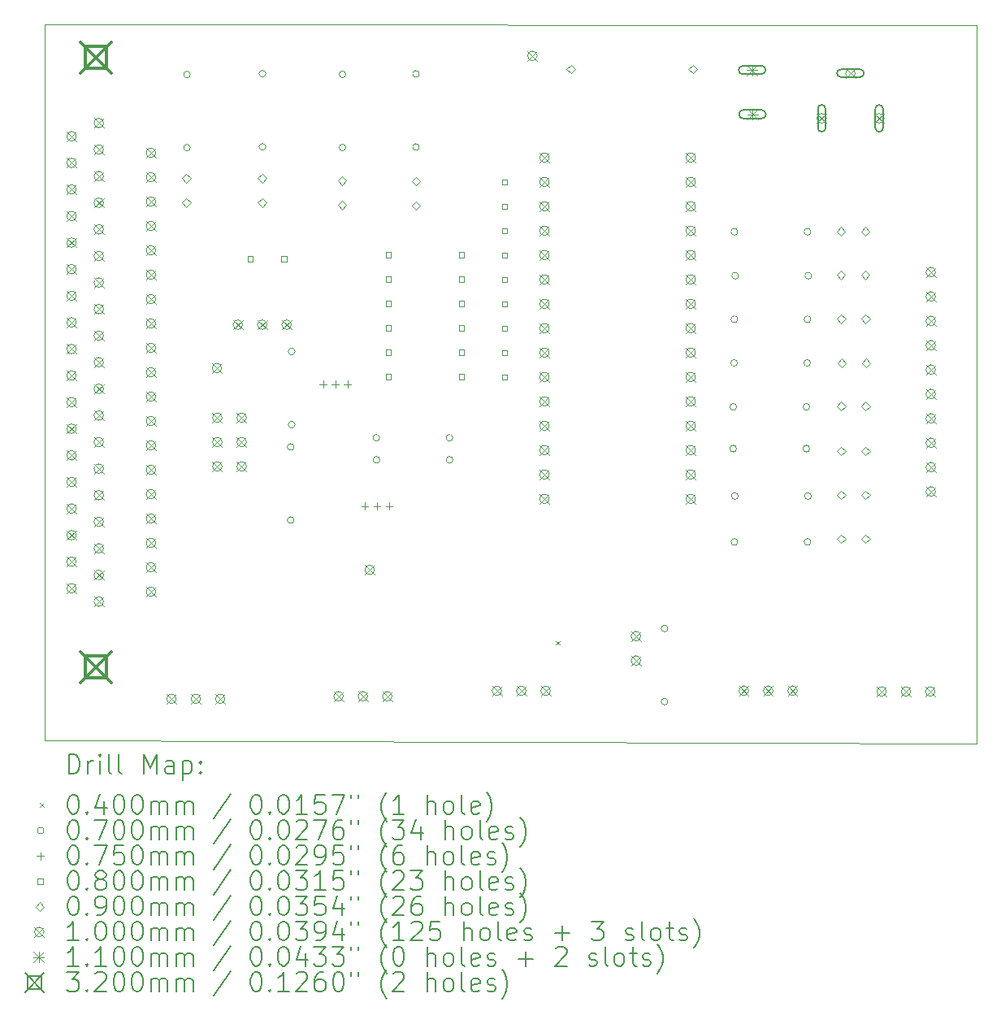
<source format=gbr>
%FSLAX45Y45*%
G04 Gerber Fmt 4.5, Leading zero omitted, Abs format (unit mm)*
G04 Created by KiCad (PCBNEW (6.0.2)) date 2022-06-27 11:40:45*
%MOMM*%
%LPD*%
G01*
G04 APERTURE LIST*
%TA.AperFunction,Profile*%
%ADD10C,0.100000*%
%TD*%
%ADD11C,0.200000*%
%ADD12C,0.040000*%
%ADD13C,0.070000*%
%ADD14C,0.075000*%
%ADD15C,0.080000*%
%ADD16C,0.090000*%
%ADD17C,0.100000*%
%ADD18C,0.110000*%
%ADD19C,0.320000*%
G04 APERTURE END LIST*
D10*
X9860200Y-5083100D02*
X19570600Y-5084500D01*
X19572500Y-5083600D02*
X19571300Y-12568000D01*
X9862400Y-12541200D02*
X9862400Y-5080800D01*
X19571300Y-12569100D02*
X9862600Y-12540800D01*
D11*
D12*
X15190900Y-11501450D02*
X15230900Y-11541450D01*
X15230900Y-11501450D02*
X15190900Y-11541450D01*
D13*
X11379800Y-5601150D02*
G75*
G03*
X11379800Y-5601150I-35000J0D01*
G01*
X11379800Y-6363150D02*
G75*
G03*
X11379800Y-6363150I-35000J0D01*
G01*
X12166500Y-5592250D02*
G75*
G03*
X12166500Y-5592250I-35000J0D01*
G01*
X12166500Y-6354250D02*
G75*
G03*
X12166500Y-6354250I-35000J0D01*
G01*
X12461900Y-9481150D02*
G75*
G03*
X12461900Y-9481150I-35000J0D01*
G01*
X12461900Y-10243150D02*
G75*
G03*
X12461900Y-10243150I-35000J0D01*
G01*
X12470900Y-8486550D02*
G75*
G03*
X12470900Y-8486550I-35000J0D01*
G01*
X12470900Y-9248550D02*
G75*
G03*
X12470900Y-9248550I-35000J0D01*
G01*
X12999500Y-5599450D02*
G75*
G03*
X12999500Y-5599450I-35000J0D01*
G01*
X12999500Y-6361450D02*
G75*
G03*
X12999500Y-6361450I-35000J0D01*
G01*
X13353400Y-9385450D02*
G75*
G03*
X13353400Y-9385450I-35000J0D01*
G01*
X13354400Y-9615350D02*
G75*
G03*
X13354400Y-9615350I-35000J0D01*
G01*
X13766300Y-5595150D02*
G75*
G03*
X13766300Y-5595150I-35000J0D01*
G01*
X13766300Y-6357150D02*
G75*
G03*
X13766300Y-6357150I-35000J0D01*
G01*
X14115400Y-9385450D02*
G75*
G03*
X14115400Y-9385450I-35000J0D01*
G01*
X14116400Y-9615350D02*
G75*
G03*
X14116400Y-9615350I-35000J0D01*
G01*
X16356400Y-11372000D02*
G75*
G03*
X16356400Y-11372000I-35000J0D01*
G01*
X16356400Y-12134000D02*
G75*
G03*
X16356400Y-12134000I-35000J0D01*
G01*
X17072800Y-9064117D02*
G75*
G03*
X17072800Y-9064117I-35000J0D01*
G01*
X17072800Y-9498517D02*
G75*
G03*
X17072800Y-9498517I-35000J0D01*
G01*
X17080700Y-8605817D02*
G75*
G03*
X17080700Y-8605817I-35000J0D01*
G01*
X17084700Y-7238917D02*
G75*
G03*
X17084700Y-7238917I-35000J0D01*
G01*
X17084700Y-8151517D02*
G75*
G03*
X17084700Y-8151517I-35000J0D01*
G01*
X17084700Y-10470917D02*
G75*
G03*
X17084700Y-10470917I-35000J0D01*
G01*
X17088700Y-9992717D02*
G75*
G03*
X17088700Y-9992717I-35000J0D01*
G01*
X17092700Y-7697217D02*
G75*
G03*
X17092700Y-7697217I-35000J0D01*
G01*
X17834800Y-9064117D02*
G75*
G03*
X17834800Y-9064117I-35000J0D01*
G01*
X17834800Y-9498517D02*
G75*
G03*
X17834800Y-9498517I-35000J0D01*
G01*
X17842700Y-8605817D02*
G75*
G03*
X17842700Y-8605817I-35000J0D01*
G01*
X17846700Y-7238917D02*
G75*
G03*
X17846700Y-7238917I-35000J0D01*
G01*
X17846700Y-8151517D02*
G75*
G03*
X17846700Y-8151517I-35000J0D01*
G01*
X17846700Y-10470917D02*
G75*
G03*
X17846700Y-10470917I-35000J0D01*
G01*
X17850700Y-9992717D02*
G75*
G03*
X17850700Y-9992717I-35000J0D01*
G01*
X17854700Y-7697217D02*
G75*
G03*
X17854700Y-7697217I-35000J0D01*
G01*
D14*
X12762700Y-8788400D02*
X12762700Y-8863400D01*
X12725200Y-8825900D02*
X12800200Y-8825900D01*
X12889700Y-8788400D02*
X12889700Y-8863400D01*
X12852200Y-8825900D02*
X12927200Y-8825900D01*
X13016700Y-8788400D02*
X13016700Y-8863400D01*
X12979200Y-8825900D02*
X13054200Y-8825900D01*
X13197900Y-10059450D02*
X13197900Y-10134450D01*
X13160400Y-10096950D02*
X13235400Y-10096950D01*
X13324900Y-10059450D02*
X13324900Y-10134450D01*
X13287400Y-10096950D02*
X13362400Y-10096950D01*
X13451900Y-10059450D02*
X13451900Y-10134450D01*
X13414400Y-10096950D02*
X13489400Y-10096950D01*
D15*
X12033684Y-7550284D02*
X12033684Y-7493715D01*
X11977115Y-7493715D01*
X11977115Y-7550284D01*
X12033684Y-7550284D01*
X12383684Y-7550284D02*
X12383684Y-7493715D01*
X12327115Y-7493715D01*
X12327115Y-7550284D01*
X12383684Y-7550284D01*
X13471284Y-7507184D02*
X13471284Y-7450615D01*
X13414715Y-7450615D01*
X13414715Y-7507184D01*
X13471284Y-7507184D01*
X13471284Y-7761184D02*
X13471284Y-7704615D01*
X13414715Y-7704615D01*
X13414715Y-7761184D01*
X13471284Y-7761184D01*
X13471284Y-8015184D02*
X13471284Y-7958615D01*
X13414715Y-7958615D01*
X13414715Y-8015184D01*
X13471284Y-8015184D01*
X13471284Y-8269184D02*
X13471284Y-8212615D01*
X13414715Y-8212615D01*
X13414715Y-8269184D01*
X13471284Y-8269184D01*
X13471284Y-8523185D02*
X13471284Y-8466616D01*
X13414715Y-8466616D01*
X13414715Y-8523185D01*
X13471284Y-8523185D01*
X13471284Y-8777185D02*
X13471284Y-8720616D01*
X13414715Y-8720616D01*
X13414715Y-8777185D01*
X13471284Y-8777185D01*
X14233284Y-7507184D02*
X14233284Y-7450615D01*
X14176715Y-7450615D01*
X14176715Y-7507184D01*
X14233284Y-7507184D01*
X14233284Y-7761184D02*
X14233284Y-7704615D01*
X14176715Y-7704615D01*
X14176715Y-7761184D01*
X14233284Y-7761184D01*
X14233284Y-8015184D02*
X14233284Y-7958615D01*
X14176715Y-7958615D01*
X14176715Y-8015184D01*
X14233284Y-8015184D01*
X14233284Y-8269184D02*
X14233284Y-8212615D01*
X14176715Y-8212615D01*
X14176715Y-8269184D01*
X14233284Y-8269184D01*
X14233284Y-8523185D02*
X14233284Y-8466616D01*
X14176715Y-8466616D01*
X14176715Y-8523185D01*
X14233284Y-8523185D01*
X14233284Y-8777185D02*
X14233284Y-8720616D01*
X14176715Y-8720616D01*
X14176715Y-8777185D01*
X14233284Y-8777185D01*
X14683584Y-6749284D02*
X14683584Y-6692715D01*
X14627015Y-6692715D01*
X14627015Y-6749284D01*
X14683584Y-6749284D01*
X14683584Y-7003284D02*
X14683584Y-6946715D01*
X14627015Y-6946715D01*
X14627015Y-7003284D01*
X14683584Y-7003284D01*
X14683584Y-7257284D02*
X14683584Y-7200715D01*
X14627015Y-7200715D01*
X14627015Y-7257284D01*
X14683584Y-7257284D01*
X14683584Y-7511284D02*
X14683584Y-7454715D01*
X14627015Y-7454715D01*
X14627015Y-7511284D01*
X14683584Y-7511284D01*
X14683584Y-7765284D02*
X14683584Y-7708715D01*
X14627015Y-7708715D01*
X14627015Y-7765284D01*
X14683584Y-7765284D01*
X14683584Y-8019284D02*
X14683584Y-7962715D01*
X14627015Y-7962715D01*
X14627015Y-8019284D01*
X14683584Y-8019284D01*
X14683584Y-8273284D02*
X14683584Y-8216715D01*
X14627015Y-8216715D01*
X14627015Y-8273284D01*
X14683584Y-8273284D01*
X14683584Y-8527285D02*
X14683584Y-8470716D01*
X14627015Y-8470716D01*
X14627015Y-8527285D01*
X14683584Y-8527285D01*
X14683584Y-8781285D02*
X14683584Y-8724716D01*
X14627015Y-8724716D01*
X14627015Y-8781285D01*
X14683584Y-8781285D01*
D16*
X11338000Y-6727350D02*
X11383000Y-6682350D01*
X11338000Y-6637350D01*
X11293000Y-6682350D01*
X11338000Y-6727350D01*
X11338000Y-6981350D02*
X11383000Y-6936350D01*
X11338000Y-6891350D01*
X11293000Y-6936350D01*
X11338000Y-6981350D01*
X12128400Y-6727350D02*
X12173400Y-6682350D01*
X12128400Y-6637350D01*
X12083400Y-6682350D01*
X12128400Y-6727350D01*
X12128400Y-6981350D02*
X12173400Y-6936350D01*
X12128400Y-6891350D01*
X12083400Y-6936350D01*
X12128400Y-6981350D01*
X12961600Y-6753150D02*
X13006600Y-6708150D01*
X12961600Y-6663150D01*
X12916600Y-6708150D01*
X12961600Y-6753150D01*
X12961600Y-7007150D02*
X13006600Y-6962150D01*
X12961600Y-6917150D01*
X12916600Y-6962150D01*
X12961600Y-7007150D01*
X13732600Y-6758650D02*
X13777600Y-6713650D01*
X13732600Y-6668650D01*
X13687600Y-6713650D01*
X13732600Y-6758650D01*
X13732600Y-7012650D02*
X13777600Y-6967650D01*
X13732600Y-6922650D01*
X13687600Y-6967650D01*
X13732600Y-7012650D01*
X15346100Y-5588300D02*
X15391100Y-5543300D01*
X15346100Y-5498300D01*
X15301100Y-5543300D01*
X15346100Y-5588300D01*
X16616100Y-5588300D02*
X16661100Y-5543300D01*
X16616100Y-5498300D01*
X16571100Y-5543300D01*
X16616100Y-5588300D01*
X18158400Y-7279917D02*
X18203400Y-7234917D01*
X18158400Y-7189917D01*
X18113400Y-7234917D01*
X18158400Y-7279917D01*
X18159500Y-7734217D02*
X18204500Y-7689217D01*
X18159500Y-7644217D01*
X18114500Y-7689217D01*
X18159500Y-7734217D01*
X18163500Y-8192517D02*
X18208500Y-8147517D01*
X18163500Y-8102517D01*
X18118500Y-8147517D01*
X18163500Y-8192517D01*
X18163500Y-9101217D02*
X18208500Y-9056217D01*
X18163500Y-9011217D01*
X18118500Y-9056217D01*
X18163500Y-9101217D01*
X18163500Y-9567517D02*
X18208500Y-9522517D01*
X18163500Y-9477517D01*
X18118500Y-9522517D01*
X18163500Y-9567517D01*
X18163500Y-10025817D02*
X18208500Y-9980817D01*
X18163500Y-9935817D01*
X18118500Y-9980817D01*
X18163500Y-10025817D01*
X18163500Y-10484117D02*
X18208500Y-10439117D01*
X18163500Y-10394117D01*
X18118500Y-10439117D01*
X18163500Y-10484117D01*
X18167500Y-8650817D02*
X18212500Y-8605817D01*
X18167500Y-8560817D01*
X18122500Y-8605817D01*
X18167500Y-8650817D01*
X18412400Y-7279917D02*
X18457400Y-7234917D01*
X18412400Y-7189917D01*
X18367400Y-7234917D01*
X18412400Y-7279917D01*
X18413500Y-7734217D02*
X18458500Y-7689217D01*
X18413500Y-7644217D01*
X18368500Y-7689217D01*
X18413500Y-7734217D01*
X18417500Y-8192517D02*
X18462500Y-8147517D01*
X18417500Y-8102517D01*
X18372500Y-8147517D01*
X18417500Y-8192517D01*
X18417500Y-9101217D02*
X18462500Y-9056217D01*
X18417500Y-9011217D01*
X18372500Y-9056217D01*
X18417500Y-9101217D01*
X18417500Y-9567517D02*
X18462500Y-9522517D01*
X18417500Y-9477517D01*
X18372500Y-9522517D01*
X18417500Y-9567517D01*
X18417500Y-10025817D02*
X18462500Y-9980817D01*
X18417500Y-9935817D01*
X18372500Y-9980817D01*
X18417500Y-10025817D01*
X18417500Y-10484117D02*
X18462500Y-10439117D01*
X18417500Y-10394117D01*
X18372500Y-10439117D01*
X18417500Y-10484117D01*
X18421500Y-8650817D02*
X18466500Y-8605817D01*
X18421500Y-8560817D01*
X18376500Y-8605817D01*
X18421500Y-8650817D01*
D17*
X10092533Y-6194500D02*
X10192533Y-6294500D01*
X10192533Y-6194500D02*
X10092533Y-6294500D01*
X10192533Y-6244500D02*
G75*
G03*
X10192533Y-6244500I-50000J0D01*
G01*
X10092533Y-6471500D02*
X10192533Y-6571500D01*
X10192533Y-6471500D02*
X10092533Y-6571500D01*
X10192533Y-6521500D02*
G75*
G03*
X10192533Y-6521500I-50000J0D01*
G01*
X10092533Y-6748500D02*
X10192533Y-6848500D01*
X10192533Y-6748500D02*
X10092533Y-6848500D01*
X10192533Y-6798500D02*
G75*
G03*
X10192533Y-6798500I-50000J0D01*
G01*
X10092533Y-7025500D02*
X10192533Y-7125500D01*
X10192533Y-7025500D02*
X10092533Y-7125500D01*
X10192533Y-7075500D02*
G75*
G03*
X10192533Y-7075500I-50000J0D01*
G01*
X10092533Y-7302500D02*
X10192533Y-7402500D01*
X10192533Y-7302500D02*
X10092533Y-7402500D01*
X10192533Y-7352500D02*
G75*
G03*
X10192533Y-7352500I-50000J0D01*
G01*
X10092533Y-7579500D02*
X10192533Y-7679500D01*
X10192533Y-7579500D02*
X10092533Y-7679500D01*
X10192533Y-7629500D02*
G75*
G03*
X10192533Y-7629500I-50000J0D01*
G01*
X10092533Y-7856500D02*
X10192533Y-7956500D01*
X10192533Y-7856500D02*
X10092533Y-7956500D01*
X10192533Y-7906500D02*
G75*
G03*
X10192533Y-7906500I-50000J0D01*
G01*
X10092533Y-8133500D02*
X10192533Y-8233500D01*
X10192533Y-8133500D02*
X10092533Y-8233500D01*
X10192533Y-8183500D02*
G75*
G03*
X10192533Y-8183500I-50000J0D01*
G01*
X10092533Y-8410500D02*
X10192533Y-8510500D01*
X10192533Y-8410500D02*
X10092533Y-8510500D01*
X10192533Y-8460500D02*
G75*
G03*
X10192533Y-8460500I-50000J0D01*
G01*
X10092533Y-8687500D02*
X10192533Y-8787500D01*
X10192533Y-8687500D02*
X10092533Y-8787500D01*
X10192533Y-8737500D02*
G75*
G03*
X10192533Y-8737500I-50000J0D01*
G01*
X10092533Y-8964500D02*
X10192533Y-9064500D01*
X10192533Y-8964500D02*
X10092533Y-9064500D01*
X10192533Y-9014500D02*
G75*
G03*
X10192533Y-9014500I-50000J0D01*
G01*
X10092533Y-9241500D02*
X10192533Y-9341500D01*
X10192533Y-9241500D02*
X10092533Y-9341500D01*
X10192533Y-9291500D02*
G75*
G03*
X10192533Y-9291500I-50000J0D01*
G01*
X10092533Y-9518500D02*
X10192533Y-9618500D01*
X10192533Y-9518500D02*
X10092533Y-9618500D01*
X10192533Y-9568500D02*
G75*
G03*
X10192533Y-9568500I-50000J0D01*
G01*
X10092533Y-9795500D02*
X10192533Y-9895500D01*
X10192533Y-9795500D02*
X10092533Y-9895500D01*
X10192533Y-9845500D02*
G75*
G03*
X10192533Y-9845500I-50000J0D01*
G01*
X10092533Y-10072500D02*
X10192533Y-10172500D01*
X10192533Y-10072500D02*
X10092533Y-10172500D01*
X10192533Y-10122500D02*
G75*
G03*
X10192533Y-10122500I-50000J0D01*
G01*
X10092533Y-10349500D02*
X10192533Y-10449500D01*
X10192533Y-10349500D02*
X10092533Y-10449500D01*
X10192533Y-10399500D02*
G75*
G03*
X10192533Y-10399500I-50000J0D01*
G01*
X10092533Y-10626500D02*
X10192533Y-10726500D01*
X10192533Y-10626500D02*
X10092533Y-10726500D01*
X10192533Y-10676500D02*
G75*
G03*
X10192533Y-10676500I-50000J0D01*
G01*
X10092533Y-10903500D02*
X10192533Y-11003500D01*
X10192533Y-10903500D02*
X10092533Y-11003500D01*
X10192533Y-10953500D02*
G75*
G03*
X10192533Y-10953500I-50000J0D01*
G01*
X10376533Y-6056000D02*
X10476533Y-6156000D01*
X10476533Y-6056000D02*
X10376533Y-6156000D01*
X10476533Y-6106000D02*
G75*
G03*
X10476533Y-6106000I-50000J0D01*
G01*
X10376533Y-6333000D02*
X10476533Y-6433000D01*
X10476533Y-6333000D02*
X10376533Y-6433000D01*
X10476533Y-6383000D02*
G75*
G03*
X10476533Y-6383000I-50000J0D01*
G01*
X10376533Y-6610000D02*
X10476533Y-6710000D01*
X10476533Y-6610000D02*
X10376533Y-6710000D01*
X10476533Y-6660000D02*
G75*
G03*
X10476533Y-6660000I-50000J0D01*
G01*
X10376533Y-6887000D02*
X10476533Y-6987000D01*
X10476533Y-6887000D02*
X10376533Y-6987000D01*
X10476533Y-6937000D02*
G75*
G03*
X10476533Y-6937000I-50000J0D01*
G01*
X10376533Y-7164000D02*
X10476533Y-7264000D01*
X10476533Y-7164000D02*
X10376533Y-7264000D01*
X10476533Y-7214000D02*
G75*
G03*
X10476533Y-7214000I-50000J0D01*
G01*
X10376533Y-7441000D02*
X10476533Y-7541000D01*
X10476533Y-7441000D02*
X10376533Y-7541000D01*
X10476533Y-7491000D02*
G75*
G03*
X10476533Y-7491000I-50000J0D01*
G01*
X10376533Y-7718000D02*
X10476533Y-7818000D01*
X10476533Y-7718000D02*
X10376533Y-7818000D01*
X10476533Y-7768000D02*
G75*
G03*
X10476533Y-7768000I-50000J0D01*
G01*
X10376533Y-7995000D02*
X10476533Y-8095000D01*
X10476533Y-7995000D02*
X10376533Y-8095000D01*
X10476533Y-8045000D02*
G75*
G03*
X10476533Y-8045000I-50000J0D01*
G01*
X10376533Y-8272000D02*
X10476533Y-8372000D01*
X10476533Y-8272000D02*
X10376533Y-8372000D01*
X10476533Y-8322000D02*
G75*
G03*
X10476533Y-8322000I-50000J0D01*
G01*
X10376533Y-8549000D02*
X10476533Y-8649000D01*
X10476533Y-8549000D02*
X10376533Y-8649000D01*
X10476533Y-8599000D02*
G75*
G03*
X10476533Y-8599000I-50000J0D01*
G01*
X10376533Y-8826000D02*
X10476533Y-8926000D01*
X10476533Y-8826000D02*
X10376533Y-8926000D01*
X10476533Y-8876000D02*
G75*
G03*
X10476533Y-8876000I-50000J0D01*
G01*
X10376533Y-9103000D02*
X10476533Y-9203000D01*
X10476533Y-9103000D02*
X10376533Y-9203000D01*
X10476533Y-9153000D02*
G75*
G03*
X10476533Y-9153000I-50000J0D01*
G01*
X10376533Y-9380000D02*
X10476533Y-9480000D01*
X10476533Y-9380000D02*
X10376533Y-9480000D01*
X10476533Y-9430000D02*
G75*
G03*
X10476533Y-9430000I-50000J0D01*
G01*
X10376533Y-9657000D02*
X10476533Y-9757000D01*
X10476533Y-9657000D02*
X10376533Y-9757000D01*
X10476533Y-9707000D02*
G75*
G03*
X10476533Y-9707000I-50000J0D01*
G01*
X10376533Y-9934000D02*
X10476533Y-10034000D01*
X10476533Y-9934000D02*
X10376533Y-10034000D01*
X10476533Y-9984000D02*
G75*
G03*
X10476533Y-9984000I-50000J0D01*
G01*
X10376533Y-10211000D02*
X10476533Y-10311000D01*
X10476533Y-10211000D02*
X10376533Y-10311000D01*
X10476533Y-10261000D02*
G75*
G03*
X10476533Y-10261000I-50000J0D01*
G01*
X10376533Y-10488000D02*
X10476533Y-10588000D01*
X10476533Y-10488000D02*
X10376533Y-10588000D01*
X10476533Y-10538000D02*
G75*
G03*
X10476533Y-10538000I-50000J0D01*
G01*
X10376533Y-10765000D02*
X10476533Y-10865000D01*
X10476533Y-10765000D02*
X10376533Y-10865000D01*
X10476533Y-10815000D02*
G75*
G03*
X10476533Y-10815000I-50000J0D01*
G01*
X10376533Y-11042000D02*
X10476533Y-11142000D01*
X10476533Y-11042000D02*
X10376533Y-11142000D01*
X10476533Y-11092000D02*
G75*
G03*
X10476533Y-11092000I-50000J0D01*
G01*
X10919500Y-6366800D02*
X11019500Y-6466800D01*
X11019500Y-6366800D02*
X10919500Y-6466800D01*
X11019500Y-6416800D02*
G75*
G03*
X11019500Y-6416800I-50000J0D01*
G01*
X10919500Y-6620800D02*
X11019500Y-6720800D01*
X11019500Y-6620800D02*
X10919500Y-6720800D01*
X11019500Y-6670800D02*
G75*
G03*
X11019500Y-6670800I-50000J0D01*
G01*
X10919500Y-6874800D02*
X11019500Y-6974800D01*
X11019500Y-6874800D02*
X10919500Y-6974800D01*
X11019500Y-6924800D02*
G75*
G03*
X11019500Y-6924800I-50000J0D01*
G01*
X10919500Y-7128800D02*
X11019500Y-7228800D01*
X11019500Y-7128800D02*
X10919500Y-7228800D01*
X11019500Y-7178800D02*
G75*
G03*
X11019500Y-7178800I-50000J0D01*
G01*
X10919500Y-7382800D02*
X11019500Y-7482800D01*
X11019500Y-7382800D02*
X10919500Y-7482800D01*
X11019500Y-7432800D02*
G75*
G03*
X11019500Y-7432800I-50000J0D01*
G01*
X10919500Y-7636800D02*
X11019500Y-7736800D01*
X11019500Y-7636800D02*
X10919500Y-7736800D01*
X11019500Y-7686800D02*
G75*
G03*
X11019500Y-7686800I-50000J0D01*
G01*
X10919500Y-7890800D02*
X11019500Y-7990800D01*
X11019500Y-7890800D02*
X10919500Y-7990800D01*
X11019500Y-7940800D02*
G75*
G03*
X11019500Y-7940800I-50000J0D01*
G01*
X10919500Y-8144800D02*
X11019500Y-8244800D01*
X11019500Y-8144800D02*
X10919500Y-8244800D01*
X11019500Y-8194800D02*
G75*
G03*
X11019500Y-8194800I-50000J0D01*
G01*
X10919500Y-8398800D02*
X11019500Y-8498800D01*
X11019500Y-8398800D02*
X10919500Y-8498800D01*
X11019500Y-8448800D02*
G75*
G03*
X11019500Y-8448800I-50000J0D01*
G01*
X10919500Y-8652800D02*
X11019500Y-8752800D01*
X11019500Y-8652800D02*
X10919500Y-8752800D01*
X11019500Y-8702800D02*
G75*
G03*
X11019500Y-8702800I-50000J0D01*
G01*
X10919500Y-8906800D02*
X11019500Y-9006800D01*
X11019500Y-8906800D02*
X10919500Y-9006800D01*
X11019500Y-8956800D02*
G75*
G03*
X11019500Y-8956800I-50000J0D01*
G01*
X10919500Y-9160800D02*
X11019500Y-9260800D01*
X11019500Y-9160800D02*
X10919500Y-9260800D01*
X11019500Y-9210800D02*
G75*
G03*
X11019500Y-9210800I-50000J0D01*
G01*
X10919500Y-9414800D02*
X11019500Y-9514800D01*
X11019500Y-9414800D02*
X10919500Y-9514800D01*
X11019500Y-9464800D02*
G75*
G03*
X11019500Y-9464800I-50000J0D01*
G01*
X10919500Y-9668800D02*
X11019500Y-9768800D01*
X11019500Y-9668800D02*
X10919500Y-9768800D01*
X11019500Y-9718800D02*
G75*
G03*
X11019500Y-9718800I-50000J0D01*
G01*
X10919500Y-9922800D02*
X11019500Y-10022800D01*
X11019500Y-9922800D02*
X10919500Y-10022800D01*
X11019500Y-9972800D02*
G75*
G03*
X11019500Y-9972800I-50000J0D01*
G01*
X10919500Y-10176800D02*
X11019500Y-10276800D01*
X11019500Y-10176800D02*
X10919500Y-10276800D01*
X11019500Y-10226800D02*
G75*
G03*
X11019500Y-10226800I-50000J0D01*
G01*
X10919500Y-10430800D02*
X11019500Y-10530800D01*
X11019500Y-10430800D02*
X10919500Y-10530800D01*
X11019500Y-10480800D02*
G75*
G03*
X11019500Y-10480800I-50000J0D01*
G01*
X10919500Y-10684800D02*
X11019500Y-10784800D01*
X11019500Y-10684800D02*
X10919500Y-10784800D01*
X11019500Y-10734800D02*
G75*
G03*
X11019500Y-10734800I-50000J0D01*
G01*
X10919500Y-10938800D02*
X11019500Y-11038800D01*
X11019500Y-10938800D02*
X10919500Y-11038800D01*
X11019500Y-10988800D02*
G75*
G03*
X11019500Y-10988800I-50000J0D01*
G01*
X11133300Y-12055000D02*
X11233300Y-12155000D01*
X11233300Y-12055000D02*
X11133300Y-12155000D01*
X11233300Y-12105000D02*
G75*
G03*
X11233300Y-12105000I-50000J0D01*
G01*
X11387300Y-12055000D02*
X11487300Y-12155000D01*
X11487300Y-12055000D02*
X11387300Y-12155000D01*
X11487300Y-12105000D02*
G75*
G03*
X11487300Y-12105000I-50000J0D01*
G01*
X11607000Y-8609100D02*
X11707000Y-8709100D01*
X11707000Y-8609100D02*
X11607000Y-8709100D01*
X11707000Y-8659100D02*
G75*
G03*
X11707000Y-8659100I-50000J0D01*
G01*
X11610700Y-9125750D02*
X11710700Y-9225750D01*
X11710700Y-9125750D02*
X11610700Y-9225750D01*
X11710700Y-9175750D02*
G75*
G03*
X11710700Y-9175750I-50000J0D01*
G01*
X11610700Y-9379750D02*
X11710700Y-9479750D01*
X11710700Y-9379750D02*
X11610700Y-9479750D01*
X11710700Y-9429750D02*
G75*
G03*
X11710700Y-9429750I-50000J0D01*
G01*
X11610700Y-9633750D02*
X11710700Y-9733750D01*
X11710700Y-9633750D02*
X11610700Y-9733750D01*
X11710700Y-9683750D02*
G75*
G03*
X11710700Y-9683750I-50000J0D01*
G01*
X11641300Y-12055000D02*
X11741300Y-12155000D01*
X11741300Y-12055000D02*
X11641300Y-12155000D01*
X11741300Y-12105000D02*
G75*
G03*
X11741300Y-12105000I-50000J0D01*
G01*
X11824800Y-8157400D02*
X11924800Y-8257400D01*
X11924800Y-8157400D02*
X11824800Y-8257400D01*
X11924800Y-8207400D02*
G75*
G03*
X11924800Y-8207400I-50000J0D01*
G01*
X11864700Y-9125750D02*
X11964700Y-9225750D01*
X11964700Y-9125750D02*
X11864700Y-9225750D01*
X11964700Y-9175750D02*
G75*
G03*
X11964700Y-9175750I-50000J0D01*
G01*
X11864700Y-9379750D02*
X11964700Y-9479750D01*
X11964700Y-9379750D02*
X11864700Y-9479750D01*
X11964700Y-9429750D02*
G75*
G03*
X11964700Y-9429750I-50000J0D01*
G01*
X11864700Y-9633750D02*
X11964700Y-9733750D01*
X11964700Y-9633750D02*
X11864700Y-9733750D01*
X11964700Y-9683750D02*
G75*
G03*
X11964700Y-9683750I-50000J0D01*
G01*
X12078800Y-8157400D02*
X12178800Y-8257400D01*
X12178800Y-8157400D02*
X12078800Y-8257400D01*
X12178800Y-8207400D02*
G75*
G03*
X12178800Y-8207400I-50000J0D01*
G01*
X12332800Y-8157400D02*
X12432800Y-8257400D01*
X12432800Y-8157400D02*
X12332800Y-8257400D01*
X12432800Y-8207400D02*
G75*
G03*
X12432800Y-8207400I-50000J0D01*
G01*
X12874500Y-12028750D02*
X12974500Y-12128750D01*
X12974500Y-12028750D02*
X12874500Y-12128750D01*
X12974500Y-12078750D02*
G75*
G03*
X12974500Y-12078750I-50000J0D01*
G01*
X13128500Y-12028750D02*
X13228500Y-12128750D01*
X13228500Y-12028750D02*
X13128500Y-12128750D01*
X13228500Y-12078750D02*
G75*
G03*
X13228500Y-12078750I-50000J0D01*
G01*
X13198600Y-10710900D02*
X13298600Y-10810900D01*
X13298600Y-10710900D02*
X13198600Y-10810900D01*
X13298600Y-10760900D02*
G75*
G03*
X13298600Y-10760900I-50000J0D01*
G01*
X13382500Y-12028750D02*
X13482500Y-12128750D01*
X13482500Y-12028750D02*
X13382500Y-12128750D01*
X13482500Y-12078750D02*
G75*
G03*
X13482500Y-12078750I-50000J0D01*
G01*
X14525600Y-11970950D02*
X14625600Y-12070950D01*
X14625600Y-11970950D02*
X14525600Y-12070950D01*
X14625600Y-12020950D02*
G75*
G03*
X14625600Y-12020950I-50000J0D01*
G01*
X14779600Y-11970950D02*
X14879600Y-12070950D01*
X14879600Y-11970950D02*
X14779600Y-12070950D01*
X14879600Y-12020950D02*
G75*
G03*
X14879600Y-12020950I-50000J0D01*
G01*
X14894500Y-5357050D02*
X14994500Y-5457050D01*
X14994500Y-5357050D02*
X14894500Y-5457050D01*
X14994500Y-5407050D02*
G75*
G03*
X14994500Y-5407050I-50000J0D01*
G01*
X15021200Y-6416300D02*
X15121200Y-6516300D01*
X15121200Y-6416300D02*
X15021200Y-6516300D01*
X15121200Y-6466300D02*
G75*
G03*
X15121200Y-6466300I-50000J0D01*
G01*
X15021200Y-6670300D02*
X15121200Y-6770300D01*
X15121200Y-6670300D02*
X15021200Y-6770300D01*
X15121200Y-6720300D02*
G75*
G03*
X15121200Y-6720300I-50000J0D01*
G01*
X15021200Y-6924300D02*
X15121200Y-7024300D01*
X15121200Y-6924300D02*
X15021200Y-7024300D01*
X15121200Y-6974300D02*
G75*
G03*
X15121200Y-6974300I-50000J0D01*
G01*
X15021200Y-7178300D02*
X15121200Y-7278300D01*
X15121200Y-7178300D02*
X15021200Y-7278300D01*
X15121200Y-7228300D02*
G75*
G03*
X15121200Y-7228300I-50000J0D01*
G01*
X15021200Y-7432300D02*
X15121200Y-7532300D01*
X15121200Y-7432300D02*
X15021200Y-7532300D01*
X15121200Y-7482300D02*
G75*
G03*
X15121200Y-7482300I-50000J0D01*
G01*
X15021200Y-7686300D02*
X15121200Y-7786300D01*
X15121200Y-7686300D02*
X15021200Y-7786300D01*
X15121200Y-7736300D02*
G75*
G03*
X15121200Y-7736300I-50000J0D01*
G01*
X15021200Y-7940300D02*
X15121200Y-8040300D01*
X15121200Y-7940300D02*
X15021200Y-8040300D01*
X15121200Y-7990300D02*
G75*
G03*
X15121200Y-7990300I-50000J0D01*
G01*
X15021200Y-8194300D02*
X15121200Y-8294300D01*
X15121200Y-8194300D02*
X15021200Y-8294300D01*
X15121200Y-8244300D02*
G75*
G03*
X15121200Y-8244300I-50000J0D01*
G01*
X15021200Y-8448300D02*
X15121200Y-8548300D01*
X15121200Y-8448300D02*
X15021200Y-8548300D01*
X15121200Y-8498300D02*
G75*
G03*
X15121200Y-8498300I-50000J0D01*
G01*
X15021200Y-8702300D02*
X15121200Y-8802300D01*
X15121200Y-8702300D02*
X15021200Y-8802300D01*
X15121200Y-8752300D02*
G75*
G03*
X15121200Y-8752300I-50000J0D01*
G01*
X15021200Y-8956300D02*
X15121200Y-9056300D01*
X15121200Y-8956300D02*
X15021200Y-9056300D01*
X15121200Y-9006300D02*
G75*
G03*
X15121200Y-9006300I-50000J0D01*
G01*
X15021200Y-9210300D02*
X15121200Y-9310300D01*
X15121200Y-9210300D02*
X15021200Y-9310300D01*
X15121200Y-9260300D02*
G75*
G03*
X15121200Y-9260300I-50000J0D01*
G01*
X15021200Y-9464300D02*
X15121200Y-9564300D01*
X15121200Y-9464300D02*
X15021200Y-9564300D01*
X15121200Y-9514300D02*
G75*
G03*
X15121200Y-9514300I-50000J0D01*
G01*
X15021200Y-9718300D02*
X15121200Y-9818300D01*
X15121200Y-9718300D02*
X15021200Y-9818300D01*
X15121200Y-9768300D02*
G75*
G03*
X15121200Y-9768300I-50000J0D01*
G01*
X15021200Y-9972300D02*
X15121200Y-10072300D01*
X15121200Y-9972300D02*
X15021200Y-10072300D01*
X15121200Y-10022300D02*
G75*
G03*
X15121200Y-10022300I-50000J0D01*
G01*
X15033600Y-11970950D02*
X15133600Y-12070950D01*
X15133600Y-11970950D02*
X15033600Y-12070950D01*
X15133600Y-12020950D02*
G75*
G03*
X15133600Y-12020950I-50000J0D01*
G01*
X15973800Y-11402700D02*
X16073800Y-11502700D01*
X16073800Y-11402700D02*
X15973800Y-11502700D01*
X16073800Y-11452700D02*
G75*
G03*
X16073800Y-11452700I-50000J0D01*
G01*
X15973800Y-11656700D02*
X16073800Y-11756700D01*
X16073800Y-11656700D02*
X15973800Y-11756700D01*
X16073800Y-11706700D02*
G75*
G03*
X16073800Y-11706700I-50000J0D01*
G01*
X16545200Y-6416300D02*
X16645200Y-6516300D01*
X16645200Y-6416300D02*
X16545200Y-6516300D01*
X16645200Y-6466300D02*
G75*
G03*
X16645200Y-6466300I-50000J0D01*
G01*
X16545200Y-6670300D02*
X16645200Y-6770300D01*
X16645200Y-6670300D02*
X16545200Y-6770300D01*
X16645200Y-6720300D02*
G75*
G03*
X16645200Y-6720300I-50000J0D01*
G01*
X16545200Y-6924300D02*
X16645200Y-7024300D01*
X16645200Y-6924300D02*
X16545200Y-7024300D01*
X16645200Y-6974300D02*
G75*
G03*
X16645200Y-6974300I-50000J0D01*
G01*
X16545200Y-7178300D02*
X16645200Y-7278300D01*
X16645200Y-7178300D02*
X16545200Y-7278300D01*
X16645200Y-7228300D02*
G75*
G03*
X16645200Y-7228300I-50000J0D01*
G01*
X16545200Y-7432300D02*
X16645200Y-7532300D01*
X16645200Y-7432300D02*
X16545200Y-7532300D01*
X16645200Y-7482300D02*
G75*
G03*
X16645200Y-7482300I-50000J0D01*
G01*
X16545200Y-7686300D02*
X16645200Y-7786300D01*
X16645200Y-7686300D02*
X16545200Y-7786300D01*
X16645200Y-7736300D02*
G75*
G03*
X16645200Y-7736300I-50000J0D01*
G01*
X16545200Y-7940300D02*
X16645200Y-8040300D01*
X16645200Y-7940300D02*
X16545200Y-8040300D01*
X16645200Y-7990300D02*
G75*
G03*
X16645200Y-7990300I-50000J0D01*
G01*
X16545200Y-8194300D02*
X16645200Y-8294300D01*
X16645200Y-8194300D02*
X16545200Y-8294300D01*
X16645200Y-8244300D02*
G75*
G03*
X16645200Y-8244300I-50000J0D01*
G01*
X16545200Y-8448300D02*
X16645200Y-8548300D01*
X16645200Y-8448300D02*
X16545200Y-8548300D01*
X16645200Y-8498300D02*
G75*
G03*
X16645200Y-8498300I-50000J0D01*
G01*
X16545200Y-8702300D02*
X16645200Y-8802300D01*
X16645200Y-8702300D02*
X16545200Y-8802300D01*
X16645200Y-8752300D02*
G75*
G03*
X16645200Y-8752300I-50000J0D01*
G01*
X16545200Y-8956300D02*
X16645200Y-9056300D01*
X16645200Y-8956300D02*
X16545200Y-9056300D01*
X16645200Y-9006300D02*
G75*
G03*
X16645200Y-9006300I-50000J0D01*
G01*
X16545200Y-9210300D02*
X16645200Y-9310300D01*
X16645200Y-9210300D02*
X16545200Y-9310300D01*
X16645200Y-9260300D02*
G75*
G03*
X16645200Y-9260300I-50000J0D01*
G01*
X16545200Y-9464300D02*
X16645200Y-9564300D01*
X16645200Y-9464300D02*
X16545200Y-9564300D01*
X16645200Y-9514300D02*
G75*
G03*
X16645200Y-9514300I-50000J0D01*
G01*
X16545200Y-9718300D02*
X16645200Y-9818300D01*
X16645200Y-9718300D02*
X16545200Y-9818300D01*
X16645200Y-9768300D02*
G75*
G03*
X16645200Y-9768300I-50000J0D01*
G01*
X16545200Y-9972300D02*
X16645200Y-10072300D01*
X16645200Y-9972300D02*
X16545200Y-10072300D01*
X16645200Y-10022300D02*
G75*
G03*
X16645200Y-10022300I-50000J0D01*
G01*
X17097600Y-11970500D02*
X17197600Y-12070500D01*
X17197600Y-11970500D02*
X17097600Y-12070500D01*
X17197600Y-12020500D02*
G75*
G03*
X17197600Y-12020500I-50000J0D01*
G01*
X17351600Y-11970500D02*
X17451600Y-12070500D01*
X17451600Y-11970500D02*
X17351600Y-12070500D01*
X17451600Y-12020500D02*
G75*
G03*
X17451600Y-12020500I-50000J0D01*
G01*
X17605600Y-11970500D02*
X17705600Y-12070500D01*
X17705600Y-11970500D02*
X17605600Y-12070500D01*
X17705600Y-12020500D02*
G75*
G03*
X17705600Y-12020500I-50000J0D01*
G01*
X17908900Y-6007400D02*
X18008900Y-6107400D01*
X18008900Y-6007400D02*
X17908900Y-6107400D01*
X18008900Y-6057400D02*
G75*
G03*
X18008900Y-6057400I-50000J0D01*
G01*
D11*
X17998900Y-6157400D02*
X17998900Y-5957400D01*
X17918900Y-6157400D02*
X17918900Y-5957400D01*
X17998900Y-5957400D02*
G75*
G03*
X17918900Y-5957400I-40000J0D01*
G01*
X17918900Y-6157400D02*
G75*
G03*
X17998900Y-6157400I40000J0D01*
G01*
D17*
X18208900Y-5537400D02*
X18308900Y-5637400D01*
X18308900Y-5537400D02*
X18208900Y-5637400D01*
X18308900Y-5587400D02*
G75*
G03*
X18308900Y-5587400I-50000J0D01*
G01*
D11*
X18358900Y-5547400D02*
X18158900Y-5547400D01*
X18358900Y-5627400D02*
X18158900Y-5627400D01*
X18158900Y-5547400D02*
G75*
G03*
X18158900Y-5627400I0J-40000D01*
G01*
X18358900Y-5627400D02*
G75*
G03*
X18358900Y-5547400I0J40000D01*
G01*
D17*
X18508900Y-6007400D02*
X18608900Y-6107400D01*
X18608900Y-6007400D02*
X18508900Y-6107400D01*
X18608900Y-6057400D02*
G75*
G03*
X18608900Y-6057400I-50000J0D01*
G01*
D11*
X18598900Y-6157400D02*
X18598900Y-5957400D01*
X18518900Y-6157400D02*
X18518900Y-5957400D01*
X18598900Y-5957400D02*
G75*
G03*
X18518900Y-5957400I-40000J0D01*
G01*
X18518900Y-6157400D02*
G75*
G03*
X18598900Y-6157400I40000J0D01*
G01*
D17*
X18532800Y-11979300D02*
X18632800Y-12079300D01*
X18632800Y-11979300D02*
X18532800Y-12079300D01*
X18632800Y-12029300D02*
G75*
G03*
X18632800Y-12029300I-50000J0D01*
G01*
X18786800Y-11979300D02*
X18886800Y-12079300D01*
X18886800Y-11979300D02*
X18786800Y-12079300D01*
X18886800Y-12029300D02*
G75*
G03*
X18886800Y-12029300I-50000J0D01*
G01*
X19040800Y-11979300D02*
X19140800Y-12079300D01*
X19140800Y-11979300D02*
X19040800Y-12079300D01*
X19140800Y-12029300D02*
G75*
G03*
X19140800Y-12029300I-50000J0D01*
G01*
X19046300Y-7609517D02*
X19146300Y-7709517D01*
X19146300Y-7609517D02*
X19046300Y-7709517D01*
X19146300Y-7659517D02*
G75*
G03*
X19146300Y-7659517I-50000J0D01*
G01*
X19046300Y-7863517D02*
X19146300Y-7963517D01*
X19146300Y-7863517D02*
X19046300Y-7963517D01*
X19146300Y-7913517D02*
G75*
G03*
X19146300Y-7913517I-50000J0D01*
G01*
X19046300Y-8117517D02*
X19146300Y-8217517D01*
X19146300Y-8117517D02*
X19046300Y-8217517D01*
X19146300Y-8167517D02*
G75*
G03*
X19146300Y-8167517I-50000J0D01*
G01*
X19046300Y-8371517D02*
X19146300Y-8471517D01*
X19146300Y-8371517D02*
X19046300Y-8471517D01*
X19146300Y-8421517D02*
G75*
G03*
X19146300Y-8421517I-50000J0D01*
G01*
X19046300Y-8625517D02*
X19146300Y-8725517D01*
X19146300Y-8625517D02*
X19046300Y-8725517D01*
X19146300Y-8675517D02*
G75*
G03*
X19146300Y-8675517I-50000J0D01*
G01*
X19046300Y-8879517D02*
X19146300Y-8979517D01*
X19146300Y-8879517D02*
X19046300Y-8979517D01*
X19146300Y-8929517D02*
G75*
G03*
X19146300Y-8929517I-50000J0D01*
G01*
X19046300Y-9133517D02*
X19146300Y-9233517D01*
X19146300Y-9133517D02*
X19046300Y-9233517D01*
X19146300Y-9183517D02*
G75*
G03*
X19146300Y-9183517I-50000J0D01*
G01*
X19046300Y-9387517D02*
X19146300Y-9487517D01*
X19146300Y-9387517D02*
X19046300Y-9487517D01*
X19146300Y-9437517D02*
G75*
G03*
X19146300Y-9437517I-50000J0D01*
G01*
X19046300Y-9641517D02*
X19146300Y-9741517D01*
X19146300Y-9641517D02*
X19046300Y-9741517D01*
X19146300Y-9691517D02*
G75*
G03*
X19146300Y-9691517I-50000J0D01*
G01*
X19046300Y-9895517D02*
X19146300Y-9995517D01*
X19146300Y-9895517D02*
X19046300Y-9995517D01*
X19146300Y-9945517D02*
G75*
G03*
X19146300Y-9945517I-50000J0D01*
G01*
D18*
X17178800Y-5498600D02*
X17288800Y-5608600D01*
X17288800Y-5498600D02*
X17178800Y-5608600D01*
X17233800Y-5498600D02*
X17233800Y-5608600D01*
X17178800Y-5553600D02*
X17288800Y-5553600D01*
D11*
X17328800Y-5508600D02*
X17138800Y-5508600D01*
X17328800Y-5598600D02*
X17138800Y-5598600D01*
X17138800Y-5508600D02*
G75*
G03*
X17138800Y-5598600I0J-45000D01*
G01*
X17328800Y-5598600D02*
G75*
G03*
X17328800Y-5508600I0J45000D01*
G01*
D18*
X17182800Y-5960600D02*
X17292800Y-6070600D01*
X17292800Y-5960600D02*
X17182800Y-6070600D01*
X17237800Y-5960600D02*
X17237800Y-6070600D01*
X17182800Y-6015600D02*
X17292800Y-6015600D01*
D11*
X17332800Y-5970600D02*
X17142800Y-5970600D01*
X17332800Y-6060600D02*
X17142800Y-6060600D01*
X17142800Y-5970600D02*
G75*
G03*
X17142800Y-6060600I0J-45000D01*
G01*
X17332800Y-6060600D02*
G75*
G03*
X17332800Y-5970600I0J45000D01*
G01*
D19*
X10236533Y-5264000D02*
X10556533Y-5584000D01*
X10556533Y-5264000D02*
X10236533Y-5584000D01*
X10509671Y-5537138D02*
X10509671Y-5310862D01*
X10283395Y-5310862D01*
X10283395Y-5537138D01*
X10509671Y-5537138D01*
X10236533Y-11614000D02*
X10556533Y-11934000D01*
X10556533Y-11614000D02*
X10236533Y-11934000D01*
X10509671Y-11887138D02*
X10509671Y-11660862D01*
X10283395Y-11660862D01*
X10283395Y-11887138D01*
X10509671Y-11887138D01*
D11*
X10112819Y-12884576D02*
X10112819Y-12684576D01*
X10160438Y-12684576D01*
X10189010Y-12694100D01*
X10208057Y-12713148D01*
X10217581Y-12732195D01*
X10227105Y-12770290D01*
X10227105Y-12798862D01*
X10217581Y-12836957D01*
X10208057Y-12856005D01*
X10189010Y-12875052D01*
X10160438Y-12884576D01*
X10112819Y-12884576D01*
X10312819Y-12884576D02*
X10312819Y-12751243D01*
X10312819Y-12789338D02*
X10322343Y-12770290D01*
X10331867Y-12760767D01*
X10350914Y-12751243D01*
X10369962Y-12751243D01*
X10436629Y-12884576D02*
X10436629Y-12751243D01*
X10436629Y-12684576D02*
X10427105Y-12694100D01*
X10436629Y-12703624D01*
X10446152Y-12694100D01*
X10436629Y-12684576D01*
X10436629Y-12703624D01*
X10560438Y-12884576D02*
X10541390Y-12875052D01*
X10531867Y-12856005D01*
X10531867Y-12684576D01*
X10665200Y-12884576D02*
X10646152Y-12875052D01*
X10636629Y-12856005D01*
X10636629Y-12684576D01*
X10893771Y-12884576D02*
X10893771Y-12684576D01*
X10960438Y-12827433D01*
X11027105Y-12684576D01*
X11027105Y-12884576D01*
X11208057Y-12884576D02*
X11208057Y-12779814D01*
X11198533Y-12760767D01*
X11179486Y-12751243D01*
X11141390Y-12751243D01*
X11122343Y-12760767D01*
X11208057Y-12875052D02*
X11189009Y-12884576D01*
X11141390Y-12884576D01*
X11122343Y-12875052D01*
X11112819Y-12856005D01*
X11112819Y-12836957D01*
X11122343Y-12817909D01*
X11141390Y-12808386D01*
X11189009Y-12808386D01*
X11208057Y-12798862D01*
X11303295Y-12751243D02*
X11303295Y-12951243D01*
X11303295Y-12760767D02*
X11322343Y-12751243D01*
X11360438Y-12751243D01*
X11379486Y-12760767D01*
X11389009Y-12770290D01*
X11398533Y-12789338D01*
X11398533Y-12846481D01*
X11389009Y-12865528D01*
X11379486Y-12875052D01*
X11360438Y-12884576D01*
X11322343Y-12884576D01*
X11303295Y-12875052D01*
X11484248Y-12865528D02*
X11493771Y-12875052D01*
X11484248Y-12884576D01*
X11474724Y-12875052D01*
X11484248Y-12865528D01*
X11484248Y-12884576D01*
X11484248Y-12760767D02*
X11493771Y-12770290D01*
X11484248Y-12779814D01*
X11474724Y-12770290D01*
X11484248Y-12760767D01*
X11484248Y-12779814D01*
D12*
X9815200Y-13194100D02*
X9855200Y-13234100D01*
X9855200Y-13194100D02*
X9815200Y-13234100D01*
D11*
X10150914Y-13104576D02*
X10169962Y-13104576D01*
X10189010Y-13114100D01*
X10198533Y-13123624D01*
X10208057Y-13142671D01*
X10217581Y-13180767D01*
X10217581Y-13228386D01*
X10208057Y-13266481D01*
X10198533Y-13285528D01*
X10189010Y-13295052D01*
X10169962Y-13304576D01*
X10150914Y-13304576D01*
X10131867Y-13295052D01*
X10122343Y-13285528D01*
X10112819Y-13266481D01*
X10103295Y-13228386D01*
X10103295Y-13180767D01*
X10112819Y-13142671D01*
X10122343Y-13123624D01*
X10131867Y-13114100D01*
X10150914Y-13104576D01*
X10303295Y-13285528D02*
X10312819Y-13295052D01*
X10303295Y-13304576D01*
X10293771Y-13295052D01*
X10303295Y-13285528D01*
X10303295Y-13304576D01*
X10484248Y-13171243D02*
X10484248Y-13304576D01*
X10436629Y-13095052D02*
X10389010Y-13237909D01*
X10512819Y-13237909D01*
X10627105Y-13104576D02*
X10646152Y-13104576D01*
X10665200Y-13114100D01*
X10674724Y-13123624D01*
X10684248Y-13142671D01*
X10693771Y-13180767D01*
X10693771Y-13228386D01*
X10684248Y-13266481D01*
X10674724Y-13285528D01*
X10665200Y-13295052D01*
X10646152Y-13304576D01*
X10627105Y-13304576D01*
X10608057Y-13295052D01*
X10598533Y-13285528D01*
X10589010Y-13266481D01*
X10579486Y-13228386D01*
X10579486Y-13180767D01*
X10589010Y-13142671D01*
X10598533Y-13123624D01*
X10608057Y-13114100D01*
X10627105Y-13104576D01*
X10817581Y-13104576D02*
X10836629Y-13104576D01*
X10855676Y-13114100D01*
X10865200Y-13123624D01*
X10874724Y-13142671D01*
X10884248Y-13180767D01*
X10884248Y-13228386D01*
X10874724Y-13266481D01*
X10865200Y-13285528D01*
X10855676Y-13295052D01*
X10836629Y-13304576D01*
X10817581Y-13304576D01*
X10798533Y-13295052D01*
X10789010Y-13285528D01*
X10779486Y-13266481D01*
X10769962Y-13228386D01*
X10769962Y-13180767D01*
X10779486Y-13142671D01*
X10789010Y-13123624D01*
X10798533Y-13114100D01*
X10817581Y-13104576D01*
X10969962Y-13304576D02*
X10969962Y-13171243D01*
X10969962Y-13190290D02*
X10979486Y-13180767D01*
X10998533Y-13171243D01*
X11027105Y-13171243D01*
X11046152Y-13180767D01*
X11055676Y-13199814D01*
X11055676Y-13304576D01*
X11055676Y-13199814D02*
X11065200Y-13180767D01*
X11084248Y-13171243D01*
X11112819Y-13171243D01*
X11131867Y-13180767D01*
X11141390Y-13199814D01*
X11141390Y-13304576D01*
X11236628Y-13304576D02*
X11236628Y-13171243D01*
X11236628Y-13190290D02*
X11246152Y-13180767D01*
X11265200Y-13171243D01*
X11293771Y-13171243D01*
X11312819Y-13180767D01*
X11322343Y-13199814D01*
X11322343Y-13304576D01*
X11322343Y-13199814D02*
X11331867Y-13180767D01*
X11350914Y-13171243D01*
X11379486Y-13171243D01*
X11398533Y-13180767D01*
X11408057Y-13199814D01*
X11408057Y-13304576D01*
X11798533Y-13095052D02*
X11627105Y-13352195D01*
X12055676Y-13104576D02*
X12074724Y-13104576D01*
X12093771Y-13114100D01*
X12103295Y-13123624D01*
X12112819Y-13142671D01*
X12122343Y-13180767D01*
X12122343Y-13228386D01*
X12112819Y-13266481D01*
X12103295Y-13285528D01*
X12093771Y-13295052D01*
X12074724Y-13304576D01*
X12055676Y-13304576D01*
X12036628Y-13295052D01*
X12027105Y-13285528D01*
X12017581Y-13266481D01*
X12008057Y-13228386D01*
X12008057Y-13180767D01*
X12017581Y-13142671D01*
X12027105Y-13123624D01*
X12036628Y-13114100D01*
X12055676Y-13104576D01*
X12208057Y-13285528D02*
X12217581Y-13295052D01*
X12208057Y-13304576D01*
X12198533Y-13295052D01*
X12208057Y-13285528D01*
X12208057Y-13304576D01*
X12341390Y-13104576D02*
X12360438Y-13104576D01*
X12379486Y-13114100D01*
X12389009Y-13123624D01*
X12398533Y-13142671D01*
X12408057Y-13180767D01*
X12408057Y-13228386D01*
X12398533Y-13266481D01*
X12389009Y-13285528D01*
X12379486Y-13295052D01*
X12360438Y-13304576D01*
X12341390Y-13304576D01*
X12322343Y-13295052D01*
X12312819Y-13285528D01*
X12303295Y-13266481D01*
X12293771Y-13228386D01*
X12293771Y-13180767D01*
X12303295Y-13142671D01*
X12312819Y-13123624D01*
X12322343Y-13114100D01*
X12341390Y-13104576D01*
X12598533Y-13304576D02*
X12484248Y-13304576D01*
X12541390Y-13304576D02*
X12541390Y-13104576D01*
X12522343Y-13133148D01*
X12503295Y-13152195D01*
X12484248Y-13161719D01*
X12779486Y-13104576D02*
X12684248Y-13104576D01*
X12674724Y-13199814D01*
X12684248Y-13190290D01*
X12703295Y-13180767D01*
X12750914Y-13180767D01*
X12769962Y-13190290D01*
X12779486Y-13199814D01*
X12789009Y-13218862D01*
X12789009Y-13266481D01*
X12779486Y-13285528D01*
X12769962Y-13295052D01*
X12750914Y-13304576D01*
X12703295Y-13304576D01*
X12684248Y-13295052D01*
X12674724Y-13285528D01*
X12855676Y-13104576D02*
X12989009Y-13104576D01*
X12903295Y-13304576D01*
X13055676Y-13104576D02*
X13055676Y-13142671D01*
X13131867Y-13104576D02*
X13131867Y-13142671D01*
X13427105Y-13380767D02*
X13417581Y-13371243D01*
X13398533Y-13342671D01*
X13389009Y-13323624D01*
X13379486Y-13295052D01*
X13369962Y-13247433D01*
X13369962Y-13209338D01*
X13379486Y-13161719D01*
X13389009Y-13133148D01*
X13398533Y-13114100D01*
X13417581Y-13085528D01*
X13427105Y-13076005D01*
X13608057Y-13304576D02*
X13493771Y-13304576D01*
X13550914Y-13304576D02*
X13550914Y-13104576D01*
X13531867Y-13133148D01*
X13512819Y-13152195D01*
X13493771Y-13161719D01*
X13846152Y-13304576D02*
X13846152Y-13104576D01*
X13931867Y-13304576D02*
X13931867Y-13199814D01*
X13922343Y-13180767D01*
X13903295Y-13171243D01*
X13874724Y-13171243D01*
X13855676Y-13180767D01*
X13846152Y-13190290D01*
X14055676Y-13304576D02*
X14036628Y-13295052D01*
X14027105Y-13285528D01*
X14017581Y-13266481D01*
X14017581Y-13209338D01*
X14027105Y-13190290D01*
X14036628Y-13180767D01*
X14055676Y-13171243D01*
X14084248Y-13171243D01*
X14103295Y-13180767D01*
X14112819Y-13190290D01*
X14122343Y-13209338D01*
X14122343Y-13266481D01*
X14112819Y-13285528D01*
X14103295Y-13295052D01*
X14084248Y-13304576D01*
X14055676Y-13304576D01*
X14236628Y-13304576D02*
X14217581Y-13295052D01*
X14208057Y-13276005D01*
X14208057Y-13104576D01*
X14389009Y-13295052D02*
X14369962Y-13304576D01*
X14331867Y-13304576D01*
X14312819Y-13295052D01*
X14303295Y-13276005D01*
X14303295Y-13199814D01*
X14312819Y-13180767D01*
X14331867Y-13171243D01*
X14369962Y-13171243D01*
X14389009Y-13180767D01*
X14398533Y-13199814D01*
X14398533Y-13218862D01*
X14303295Y-13237909D01*
X14465200Y-13380767D02*
X14474724Y-13371243D01*
X14493771Y-13342671D01*
X14503295Y-13323624D01*
X14512819Y-13295052D01*
X14522343Y-13247433D01*
X14522343Y-13209338D01*
X14512819Y-13161719D01*
X14503295Y-13133148D01*
X14493771Y-13114100D01*
X14474724Y-13085528D01*
X14465200Y-13076005D01*
D13*
X9855200Y-13478100D02*
G75*
G03*
X9855200Y-13478100I-35000J0D01*
G01*
D11*
X10150914Y-13368576D02*
X10169962Y-13368576D01*
X10189010Y-13378100D01*
X10198533Y-13387624D01*
X10208057Y-13406671D01*
X10217581Y-13444767D01*
X10217581Y-13492386D01*
X10208057Y-13530481D01*
X10198533Y-13549528D01*
X10189010Y-13559052D01*
X10169962Y-13568576D01*
X10150914Y-13568576D01*
X10131867Y-13559052D01*
X10122343Y-13549528D01*
X10112819Y-13530481D01*
X10103295Y-13492386D01*
X10103295Y-13444767D01*
X10112819Y-13406671D01*
X10122343Y-13387624D01*
X10131867Y-13378100D01*
X10150914Y-13368576D01*
X10303295Y-13549528D02*
X10312819Y-13559052D01*
X10303295Y-13568576D01*
X10293771Y-13559052D01*
X10303295Y-13549528D01*
X10303295Y-13568576D01*
X10379486Y-13368576D02*
X10512819Y-13368576D01*
X10427105Y-13568576D01*
X10627105Y-13368576D02*
X10646152Y-13368576D01*
X10665200Y-13378100D01*
X10674724Y-13387624D01*
X10684248Y-13406671D01*
X10693771Y-13444767D01*
X10693771Y-13492386D01*
X10684248Y-13530481D01*
X10674724Y-13549528D01*
X10665200Y-13559052D01*
X10646152Y-13568576D01*
X10627105Y-13568576D01*
X10608057Y-13559052D01*
X10598533Y-13549528D01*
X10589010Y-13530481D01*
X10579486Y-13492386D01*
X10579486Y-13444767D01*
X10589010Y-13406671D01*
X10598533Y-13387624D01*
X10608057Y-13378100D01*
X10627105Y-13368576D01*
X10817581Y-13368576D02*
X10836629Y-13368576D01*
X10855676Y-13378100D01*
X10865200Y-13387624D01*
X10874724Y-13406671D01*
X10884248Y-13444767D01*
X10884248Y-13492386D01*
X10874724Y-13530481D01*
X10865200Y-13549528D01*
X10855676Y-13559052D01*
X10836629Y-13568576D01*
X10817581Y-13568576D01*
X10798533Y-13559052D01*
X10789010Y-13549528D01*
X10779486Y-13530481D01*
X10769962Y-13492386D01*
X10769962Y-13444767D01*
X10779486Y-13406671D01*
X10789010Y-13387624D01*
X10798533Y-13378100D01*
X10817581Y-13368576D01*
X10969962Y-13568576D02*
X10969962Y-13435243D01*
X10969962Y-13454290D02*
X10979486Y-13444767D01*
X10998533Y-13435243D01*
X11027105Y-13435243D01*
X11046152Y-13444767D01*
X11055676Y-13463814D01*
X11055676Y-13568576D01*
X11055676Y-13463814D02*
X11065200Y-13444767D01*
X11084248Y-13435243D01*
X11112819Y-13435243D01*
X11131867Y-13444767D01*
X11141390Y-13463814D01*
X11141390Y-13568576D01*
X11236628Y-13568576D02*
X11236628Y-13435243D01*
X11236628Y-13454290D02*
X11246152Y-13444767D01*
X11265200Y-13435243D01*
X11293771Y-13435243D01*
X11312819Y-13444767D01*
X11322343Y-13463814D01*
X11322343Y-13568576D01*
X11322343Y-13463814D02*
X11331867Y-13444767D01*
X11350914Y-13435243D01*
X11379486Y-13435243D01*
X11398533Y-13444767D01*
X11408057Y-13463814D01*
X11408057Y-13568576D01*
X11798533Y-13359052D02*
X11627105Y-13616195D01*
X12055676Y-13368576D02*
X12074724Y-13368576D01*
X12093771Y-13378100D01*
X12103295Y-13387624D01*
X12112819Y-13406671D01*
X12122343Y-13444767D01*
X12122343Y-13492386D01*
X12112819Y-13530481D01*
X12103295Y-13549528D01*
X12093771Y-13559052D01*
X12074724Y-13568576D01*
X12055676Y-13568576D01*
X12036628Y-13559052D01*
X12027105Y-13549528D01*
X12017581Y-13530481D01*
X12008057Y-13492386D01*
X12008057Y-13444767D01*
X12017581Y-13406671D01*
X12027105Y-13387624D01*
X12036628Y-13378100D01*
X12055676Y-13368576D01*
X12208057Y-13549528D02*
X12217581Y-13559052D01*
X12208057Y-13568576D01*
X12198533Y-13559052D01*
X12208057Y-13549528D01*
X12208057Y-13568576D01*
X12341390Y-13368576D02*
X12360438Y-13368576D01*
X12379486Y-13378100D01*
X12389009Y-13387624D01*
X12398533Y-13406671D01*
X12408057Y-13444767D01*
X12408057Y-13492386D01*
X12398533Y-13530481D01*
X12389009Y-13549528D01*
X12379486Y-13559052D01*
X12360438Y-13568576D01*
X12341390Y-13568576D01*
X12322343Y-13559052D01*
X12312819Y-13549528D01*
X12303295Y-13530481D01*
X12293771Y-13492386D01*
X12293771Y-13444767D01*
X12303295Y-13406671D01*
X12312819Y-13387624D01*
X12322343Y-13378100D01*
X12341390Y-13368576D01*
X12484248Y-13387624D02*
X12493771Y-13378100D01*
X12512819Y-13368576D01*
X12560438Y-13368576D01*
X12579486Y-13378100D01*
X12589009Y-13387624D01*
X12598533Y-13406671D01*
X12598533Y-13425719D01*
X12589009Y-13454290D01*
X12474724Y-13568576D01*
X12598533Y-13568576D01*
X12665200Y-13368576D02*
X12798533Y-13368576D01*
X12712819Y-13568576D01*
X12960438Y-13368576D02*
X12922343Y-13368576D01*
X12903295Y-13378100D01*
X12893771Y-13387624D01*
X12874724Y-13416195D01*
X12865200Y-13454290D01*
X12865200Y-13530481D01*
X12874724Y-13549528D01*
X12884248Y-13559052D01*
X12903295Y-13568576D01*
X12941390Y-13568576D01*
X12960438Y-13559052D01*
X12969962Y-13549528D01*
X12979486Y-13530481D01*
X12979486Y-13482862D01*
X12969962Y-13463814D01*
X12960438Y-13454290D01*
X12941390Y-13444767D01*
X12903295Y-13444767D01*
X12884248Y-13454290D01*
X12874724Y-13463814D01*
X12865200Y-13482862D01*
X13055676Y-13368576D02*
X13055676Y-13406671D01*
X13131867Y-13368576D02*
X13131867Y-13406671D01*
X13427105Y-13644767D02*
X13417581Y-13635243D01*
X13398533Y-13606671D01*
X13389009Y-13587624D01*
X13379486Y-13559052D01*
X13369962Y-13511433D01*
X13369962Y-13473338D01*
X13379486Y-13425719D01*
X13389009Y-13397148D01*
X13398533Y-13378100D01*
X13417581Y-13349528D01*
X13427105Y-13340005D01*
X13484248Y-13368576D02*
X13608057Y-13368576D01*
X13541390Y-13444767D01*
X13569962Y-13444767D01*
X13589009Y-13454290D01*
X13598533Y-13463814D01*
X13608057Y-13482862D01*
X13608057Y-13530481D01*
X13598533Y-13549528D01*
X13589009Y-13559052D01*
X13569962Y-13568576D01*
X13512819Y-13568576D01*
X13493771Y-13559052D01*
X13484248Y-13549528D01*
X13779486Y-13435243D02*
X13779486Y-13568576D01*
X13731867Y-13359052D02*
X13684248Y-13501909D01*
X13808057Y-13501909D01*
X14036628Y-13568576D02*
X14036628Y-13368576D01*
X14122343Y-13568576D02*
X14122343Y-13463814D01*
X14112819Y-13444767D01*
X14093771Y-13435243D01*
X14065200Y-13435243D01*
X14046152Y-13444767D01*
X14036628Y-13454290D01*
X14246152Y-13568576D02*
X14227105Y-13559052D01*
X14217581Y-13549528D01*
X14208057Y-13530481D01*
X14208057Y-13473338D01*
X14217581Y-13454290D01*
X14227105Y-13444767D01*
X14246152Y-13435243D01*
X14274724Y-13435243D01*
X14293771Y-13444767D01*
X14303295Y-13454290D01*
X14312819Y-13473338D01*
X14312819Y-13530481D01*
X14303295Y-13549528D01*
X14293771Y-13559052D01*
X14274724Y-13568576D01*
X14246152Y-13568576D01*
X14427105Y-13568576D02*
X14408057Y-13559052D01*
X14398533Y-13540005D01*
X14398533Y-13368576D01*
X14579486Y-13559052D02*
X14560438Y-13568576D01*
X14522343Y-13568576D01*
X14503295Y-13559052D01*
X14493771Y-13540005D01*
X14493771Y-13463814D01*
X14503295Y-13444767D01*
X14522343Y-13435243D01*
X14560438Y-13435243D01*
X14579486Y-13444767D01*
X14589009Y-13463814D01*
X14589009Y-13482862D01*
X14493771Y-13501909D01*
X14665200Y-13559052D02*
X14684248Y-13568576D01*
X14722343Y-13568576D01*
X14741390Y-13559052D01*
X14750914Y-13540005D01*
X14750914Y-13530481D01*
X14741390Y-13511433D01*
X14722343Y-13501909D01*
X14693771Y-13501909D01*
X14674724Y-13492386D01*
X14665200Y-13473338D01*
X14665200Y-13463814D01*
X14674724Y-13444767D01*
X14693771Y-13435243D01*
X14722343Y-13435243D01*
X14741390Y-13444767D01*
X14817581Y-13644767D02*
X14827105Y-13635243D01*
X14846152Y-13606671D01*
X14855676Y-13587624D01*
X14865200Y-13559052D01*
X14874724Y-13511433D01*
X14874724Y-13473338D01*
X14865200Y-13425719D01*
X14855676Y-13397148D01*
X14846152Y-13378100D01*
X14827105Y-13349528D01*
X14817581Y-13340005D01*
D14*
X9817700Y-13704600D02*
X9817700Y-13779600D01*
X9780200Y-13742100D02*
X9855200Y-13742100D01*
D11*
X10150914Y-13632576D02*
X10169962Y-13632576D01*
X10189010Y-13642100D01*
X10198533Y-13651624D01*
X10208057Y-13670671D01*
X10217581Y-13708767D01*
X10217581Y-13756386D01*
X10208057Y-13794481D01*
X10198533Y-13813528D01*
X10189010Y-13823052D01*
X10169962Y-13832576D01*
X10150914Y-13832576D01*
X10131867Y-13823052D01*
X10122343Y-13813528D01*
X10112819Y-13794481D01*
X10103295Y-13756386D01*
X10103295Y-13708767D01*
X10112819Y-13670671D01*
X10122343Y-13651624D01*
X10131867Y-13642100D01*
X10150914Y-13632576D01*
X10303295Y-13813528D02*
X10312819Y-13823052D01*
X10303295Y-13832576D01*
X10293771Y-13823052D01*
X10303295Y-13813528D01*
X10303295Y-13832576D01*
X10379486Y-13632576D02*
X10512819Y-13632576D01*
X10427105Y-13832576D01*
X10684248Y-13632576D02*
X10589010Y-13632576D01*
X10579486Y-13727814D01*
X10589010Y-13718290D01*
X10608057Y-13708767D01*
X10655676Y-13708767D01*
X10674724Y-13718290D01*
X10684248Y-13727814D01*
X10693771Y-13746862D01*
X10693771Y-13794481D01*
X10684248Y-13813528D01*
X10674724Y-13823052D01*
X10655676Y-13832576D01*
X10608057Y-13832576D01*
X10589010Y-13823052D01*
X10579486Y-13813528D01*
X10817581Y-13632576D02*
X10836629Y-13632576D01*
X10855676Y-13642100D01*
X10865200Y-13651624D01*
X10874724Y-13670671D01*
X10884248Y-13708767D01*
X10884248Y-13756386D01*
X10874724Y-13794481D01*
X10865200Y-13813528D01*
X10855676Y-13823052D01*
X10836629Y-13832576D01*
X10817581Y-13832576D01*
X10798533Y-13823052D01*
X10789010Y-13813528D01*
X10779486Y-13794481D01*
X10769962Y-13756386D01*
X10769962Y-13708767D01*
X10779486Y-13670671D01*
X10789010Y-13651624D01*
X10798533Y-13642100D01*
X10817581Y-13632576D01*
X10969962Y-13832576D02*
X10969962Y-13699243D01*
X10969962Y-13718290D02*
X10979486Y-13708767D01*
X10998533Y-13699243D01*
X11027105Y-13699243D01*
X11046152Y-13708767D01*
X11055676Y-13727814D01*
X11055676Y-13832576D01*
X11055676Y-13727814D02*
X11065200Y-13708767D01*
X11084248Y-13699243D01*
X11112819Y-13699243D01*
X11131867Y-13708767D01*
X11141390Y-13727814D01*
X11141390Y-13832576D01*
X11236628Y-13832576D02*
X11236628Y-13699243D01*
X11236628Y-13718290D02*
X11246152Y-13708767D01*
X11265200Y-13699243D01*
X11293771Y-13699243D01*
X11312819Y-13708767D01*
X11322343Y-13727814D01*
X11322343Y-13832576D01*
X11322343Y-13727814D02*
X11331867Y-13708767D01*
X11350914Y-13699243D01*
X11379486Y-13699243D01*
X11398533Y-13708767D01*
X11408057Y-13727814D01*
X11408057Y-13832576D01*
X11798533Y-13623052D02*
X11627105Y-13880195D01*
X12055676Y-13632576D02*
X12074724Y-13632576D01*
X12093771Y-13642100D01*
X12103295Y-13651624D01*
X12112819Y-13670671D01*
X12122343Y-13708767D01*
X12122343Y-13756386D01*
X12112819Y-13794481D01*
X12103295Y-13813528D01*
X12093771Y-13823052D01*
X12074724Y-13832576D01*
X12055676Y-13832576D01*
X12036628Y-13823052D01*
X12027105Y-13813528D01*
X12017581Y-13794481D01*
X12008057Y-13756386D01*
X12008057Y-13708767D01*
X12017581Y-13670671D01*
X12027105Y-13651624D01*
X12036628Y-13642100D01*
X12055676Y-13632576D01*
X12208057Y-13813528D02*
X12217581Y-13823052D01*
X12208057Y-13832576D01*
X12198533Y-13823052D01*
X12208057Y-13813528D01*
X12208057Y-13832576D01*
X12341390Y-13632576D02*
X12360438Y-13632576D01*
X12379486Y-13642100D01*
X12389009Y-13651624D01*
X12398533Y-13670671D01*
X12408057Y-13708767D01*
X12408057Y-13756386D01*
X12398533Y-13794481D01*
X12389009Y-13813528D01*
X12379486Y-13823052D01*
X12360438Y-13832576D01*
X12341390Y-13832576D01*
X12322343Y-13823052D01*
X12312819Y-13813528D01*
X12303295Y-13794481D01*
X12293771Y-13756386D01*
X12293771Y-13708767D01*
X12303295Y-13670671D01*
X12312819Y-13651624D01*
X12322343Y-13642100D01*
X12341390Y-13632576D01*
X12484248Y-13651624D02*
X12493771Y-13642100D01*
X12512819Y-13632576D01*
X12560438Y-13632576D01*
X12579486Y-13642100D01*
X12589009Y-13651624D01*
X12598533Y-13670671D01*
X12598533Y-13689719D01*
X12589009Y-13718290D01*
X12474724Y-13832576D01*
X12598533Y-13832576D01*
X12693771Y-13832576D02*
X12731867Y-13832576D01*
X12750914Y-13823052D01*
X12760438Y-13813528D01*
X12779486Y-13784957D01*
X12789009Y-13746862D01*
X12789009Y-13670671D01*
X12779486Y-13651624D01*
X12769962Y-13642100D01*
X12750914Y-13632576D01*
X12712819Y-13632576D01*
X12693771Y-13642100D01*
X12684248Y-13651624D01*
X12674724Y-13670671D01*
X12674724Y-13718290D01*
X12684248Y-13737338D01*
X12693771Y-13746862D01*
X12712819Y-13756386D01*
X12750914Y-13756386D01*
X12769962Y-13746862D01*
X12779486Y-13737338D01*
X12789009Y-13718290D01*
X12969962Y-13632576D02*
X12874724Y-13632576D01*
X12865200Y-13727814D01*
X12874724Y-13718290D01*
X12893771Y-13708767D01*
X12941390Y-13708767D01*
X12960438Y-13718290D01*
X12969962Y-13727814D01*
X12979486Y-13746862D01*
X12979486Y-13794481D01*
X12969962Y-13813528D01*
X12960438Y-13823052D01*
X12941390Y-13832576D01*
X12893771Y-13832576D01*
X12874724Y-13823052D01*
X12865200Y-13813528D01*
X13055676Y-13632576D02*
X13055676Y-13670671D01*
X13131867Y-13632576D02*
X13131867Y-13670671D01*
X13427105Y-13908767D02*
X13417581Y-13899243D01*
X13398533Y-13870671D01*
X13389009Y-13851624D01*
X13379486Y-13823052D01*
X13369962Y-13775433D01*
X13369962Y-13737338D01*
X13379486Y-13689719D01*
X13389009Y-13661148D01*
X13398533Y-13642100D01*
X13417581Y-13613528D01*
X13427105Y-13604005D01*
X13589009Y-13632576D02*
X13550914Y-13632576D01*
X13531867Y-13642100D01*
X13522343Y-13651624D01*
X13503295Y-13680195D01*
X13493771Y-13718290D01*
X13493771Y-13794481D01*
X13503295Y-13813528D01*
X13512819Y-13823052D01*
X13531867Y-13832576D01*
X13569962Y-13832576D01*
X13589009Y-13823052D01*
X13598533Y-13813528D01*
X13608057Y-13794481D01*
X13608057Y-13746862D01*
X13598533Y-13727814D01*
X13589009Y-13718290D01*
X13569962Y-13708767D01*
X13531867Y-13708767D01*
X13512819Y-13718290D01*
X13503295Y-13727814D01*
X13493771Y-13746862D01*
X13846152Y-13832576D02*
X13846152Y-13632576D01*
X13931867Y-13832576D02*
X13931867Y-13727814D01*
X13922343Y-13708767D01*
X13903295Y-13699243D01*
X13874724Y-13699243D01*
X13855676Y-13708767D01*
X13846152Y-13718290D01*
X14055676Y-13832576D02*
X14036628Y-13823052D01*
X14027105Y-13813528D01*
X14017581Y-13794481D01*
X14017581Y-13737338D01*
X14027105Y-13718290D01*
X14036628Y-13708767D01*
X14055676Y-13699243D01*
X14084248Y-13699243D01*
X14103295Y-13708767D01*
X14112819Y-13718290D01*
X14122343Y-13737338D01*
X14122343Y-13794481D01*
X14112819Y-13813528D01*
X14103295Y-13823052D01*
X14084248Y-13832576D01*
X14055676Y-13832576D01*
X14236628Y-13832576D02*
X14217581Y-13823052D01*
X14208057Y-13804005D01*
X14208057Y-13632576D01*
X14389009Y-13823052D02*
X14369962Y-13832576D01*
X14331867Y-13832576D01*
X14312819Y-13823052D01*
X14303295Y-13804005D01*
X14303295Y-13727814D01*
X14312819Y-13708767D01*
X14331867Y-13699243D01*
X14369962Y-13699243D01*
X14389009Y-13708767D01*
X14398533Y-13727814D01*
X14398533Y-13746862D01*
X14303295Y-13765909D01*
X14474724Y-13823052D02*
X14493771Y-13832576D01*
X14531867Y-13832576D01*
X14550914Y-13823052D01*
X14560438Y-13804005D01*
X14560438Y-13794481D01*
X14550914Y-13775433D01*
X14531867Y-13765909D01*
X14503295Y-13765909D01*
X14484248Y-13756386D01*
X14474724Y-13737338D01*
X14474724Y-13727814D01*
X14484248Y-13708767D01*
X14503295Y-13699243D01*
X14531867Y-13699243D01*
X14550914Y-13708767D01*
X14627105Y-13908767D02*
X14636628Y-13899243D01*
X14655676Y-13870671D01*
X14665200Y-13851624D01*
X14674724Y-13823052D01*
X14684248Y-13775433D01*
X14684248Y-13737338D01*
X14674724Y-13689719D01*
X14665200Y-13661148D01*
X14655676Y-13642100D01*
X14636628Y-13613528D01*
X14627105Y-13604005D01*
D15*
X9843485Y-14034384D02*
X9843485Y-13977815D01*
X9786916Y-13977815D01*
X9786916Y-14034384D01*
X9843485Y-14034384D01*
D11*
X10150914Y-13896576D02*
X10169962Y-13896576D01*
X10189010Y-13906100D01*
X10198533Y-13915624D01*
X10208057Y-13934671D01*
X10217581Y-13972767D01*
X10217581Y-14020386D01*
X10208057Y-14058481D01*
X10198533Y-14077528D01*
X10189010Y-14087052D01*
X10169962Y-14096576D01*
X10150914Y-14096576D01*
X10131867Y-14087052D01*
X10122343Y-14077528D01*
X10112819Y-14058481D01*
X10103295Y-14020386D01*
X10103295Y-13972767D01*
X10112819Y-13934671D01*
X10122343Y-13915624D01*
X10131867Y-13906100D01*
X10150914Y-13896576D01*
X10303295Y-14077528D02*
X10312819Y-14087052D01*
X10303295Y-14096576D01*
X10293771Y-14087052D01*
X10303295Y-14077528D01*
X10303295Y-14096576D01*
X10427105Y-13982290D02*
X10408057Y-13972767D01*
X10398533Y-13963243D01*
X10389010Y-13944195D01*
X10389010Y-13934671D01*
X10398533Y-13915624D01*
X10408057Y-13906100D01*
X10427105Y-13896576D01*
X10465200Y-13896576D01*
X10484248Y-13906100D01*
X10493771Y-13915624D01*
X10503295Y-13934671D01*
X10503295Y-13944195D01*
X10493771Y-13963243D01*
X10484248Y-13972767D01*
X10465200Y-13982290D01*
X10427105Y-13982290D01*
X10408057Y-13991814D01*
X10398533Y-14001338D01*
X10389010Y-14020386D01*
X10389010Y-14058481D01*
X10398533Y-14077528D01*
X10408057Y-14087052D01*
X10427105Y-14096576D01*
X10465200Y-14096576D01*
X10484248Y-14087052D01*
X10493771Y-14077528D01*
X10503295Y-14058481D01*
X10503295Y-14020386D01*
X10493771Y-14001338D01*
X10484248Y-13991814D01*
X10465200Y-13982290D01*
X10627105Y-13896576D02*
X10646152Y-13896576D01*
X10665200Y-13906100D01*
X10674724Y-13915624D01*
X10684248Y-13934671D01*
X10693771Y-13972767D01*
X10693771Y-14020386D01*
X10684248Y-14058481D01*
X10674724Y-14077528D01*
X10665200Y-14087052D01*
X10646152Y-14096576D01*
X10627105Y-14096576D01*
X10608057Y-14087052D01*
X10598533Y-14077528D01*
X10589010Y-14058481D01*
X10579486Y-14020386D01*
X10579486Y-13972767D01*
X10589010Y-13934671D01*
X10598533Y-13915624D01*
X10608057Y-13906100D01*
X10627105Y-13896576D01*
X10817581Y-13896576D02*
X10836629Y-13896576D01*
X10855676Y-13906100D01*
X10865200Y-13915624D01*
X10874724Y-13934671D01*
X10884248Y-13972767D01*
X10884248Y-14020386D01*
X10874724Y-14058481D01*
X10865200Y-14077528D01*
X10855676Y-14087052D01*
X10836629Y-14096576D01*
X10817581Y-14096576D01*
X10798533Y-14087052D01*
X10789010Y-14077528D01*
X10779486Y-14058481D01*
X10769962Y-14020386D01*
X10769962Y-13972767D01*
X10779486Y-13934671D01*
X10789010Y-13915624D01*
X10798533Y-13906100D01*
X10817581Y-13896576D01*
X10969962Y-14096576D02*
X10969962Y-13963243D01*
X10969962Y-13982290D02*
X10979486Y-13972767D01*
X10998533Y-13963243D01*
X11027105Y-13963243D01*
X11046152Y-13972767D01*
X11055676Y-13991814D01*
X11055676Y-14096576D01*
X11055676Y-13991814D02*
X11065200Y-13972767D01*
X11084248Y-13963243D01*
X11112819Y-13963243D01*
X11131867Y-13972767D01*
X11141390Y-13991814D01*
X11141390Y-14096576D01*
X11236628Y-14096576D02*
X11236628Y-13963243D01*
X11236628Y-13982290D02*
X11246152Y-13972767D01*
X11265200Y-13963243D01*
X11293771Y-13963243D01*
X11312819Y-13972767D01*
X11322343Y-13991814D01*
X11322343Y-14096576D01*
X11322343Y-13991814D02*
X11331867Y-13972767D01*
X11350914Y-13963243D01*
X11379486Y-13963243D01*
X11398533Y-13972767D01*
X11408057Y-13991814D01*
X11408057Y-14096576D01*
X11798533Y-13887052D02*
X11627105Y-14144195D01*
X12055676Y-13896576D02*
X12074724Y-13896576D01*
X12093771Y-13906100D01*
X12103295Y-13915624D01*
X12112819Y-13934671D01*
X12122343Y-13972767D01*
X12122343Y-14020386D01*
X12112819Y-14058481D01*
X12103295Y-14077528D01*
X12093771Y-14087052D01*
X12074724Y-14096576D01*
X12055676Y-14096576D01*
X12036628Y-14087052D01*
X12027105Y-14077528D01*
X12017581Y-14058481D01*
X12008057Y-14020386D01*
X12008057Y-13972767D01*
X12017581Y-13934671D01*
X12027105Y-13915624D01*
X12036628Y-13906100D01*
X12055676Y-13896576D01*
X12208057Y-14077528D02*
X12217581Y-14087052D01*
X12208057Y-14096576D01*
X12198533Y-14087052D01*
X12208057Y-14077528D01*
X12208057Y-14096576D01*
X12341390Y-13896576D02*
X12360438Y-13896576D01*
X12379486Y-13906100D01*
X12389009Y-13915624D01*
X12398533Y-13934671D01*
X12408057Y-13972767D01*
X12408057Y-14020386D01*
X12398533Y-14058481D01*
X12389009Y-14077528D01*
X12379486Y-14087052D01*
X12360438Y-14096576D01*
X12341390Y-14096576D01*
X12322343Y-14087052D01*
X12312819Y-14077528D01*
X12303295Y-14058481D01*
X12293771Y-14020386D01*
X12293771Y-13972767D01*
X12303295Y-13934671D01*
X12312819Y-13915624D01*
X12322343Y-13906100D01*
X12341390Y-13896576D01*
X12474724Y-13896576D02*
X12598533Y-13896576D01*
X12531867Y-13972767D01*
X12560438Y-13972767D01*
X12579486Y-13982290D01*
X12589009Y-13991814D01*
X12598533Y-14010862D01*
X12598533Y-14058481D01*
X12589009Y-14077528D01*
X12579486Y-14087052D01*
X12560438Y-14096576D01*
X12503295Y-14096576D01*
X12484248Y-14087052D01*
X12474724Y-14077528D01*
X12789009Y-14096576D02*
X12674724Y-14096576D01*
X12731867Y-14096576D02*
X12731867Y-13896576D01*
X12712819Y-13925148D01*
X12693771Y-13944195D01*
X12674724Y-13953719D01*
X12969962Y-13896576D02*
X12874724Y-13896576D01*
X12865200Y-13991814D01*
X12874724Y-13982290D01*
X12893771Y-13972767D01*
X12941390Y-13972767D01*
X12960438Y-13982290D01*
X12969962Y-13991814D01*
X12979486Y-14010862D01*
X12979486Y-14058481D01*
X12969962Y-14077528D01*
X12960438Y-14087052D01*
X12941390Y-14096576D01*
X12893771Y-14096576D01*
X12874724Y-14087052D01*
X12865200Y-14077528D01*
X13055676Y-13896576D02*
X13055676Y-13934671D01*
X13131867Y-13896576D02*
X13131867Y-13934671D01*
X13427105Y-14172767D02*
X13417581Y-14163243D01*
X13398533Y-14134671D01*
X13389009Y-14115624D01*
X13379486Y-14087052D01*
X13369962Y-14039433D01*
X13369962Y-14001338D01*
X13379486Y-13953719D01*
X13389009Y-13925148D01*
X13398533Y-13906100D01*
X13417581Y-13877528D01*
X13427105Y-13868005D01*
X13493771Y-13915624D02*
X13503295Y-13906100D01*
X13522343Y-13896576D01*
X13569962Y-13896576D01*
X13589009Y-13906100D01*
X13598533Y-13915624D01*
X13608057Y-13934671D01*
X13608057Y-13953719D01*
X13598533Y-13982290D01*
X13484248Y-14096576D01*
X13608057Y-14096576D01*
X13674724Y-13896576D02*
X13798533Y-13896576D01*
X13731867Y-13972767D01*
X13760438Y-13972767D01*
X13779486Y-13982290D01*
X13789009Y-13991814D01*
X13798533Y-14010862D01*
X13798533Y-14058481D01*
X13789009Y-14077528D01*
X13779486Y-14087052D01*
X13760438Y-14096576D01*
X13703295Y-14096576D01*
X13684248Y-14087052D01*
X13674724Y-14077528D01*
X14036628Y-14096576D02*
X14036628Y-13896576D01*
X14122343Y-14096576D02*
X14122343Y-13991814D01*
X14112819Y-13972767D01*
X14093771Y-13963243D01*
X14065200Y-13963243D01*
X14046152Y-13972767D01*
X14036628Y-13982290D01*
X14246152Y-14096576D02*
X14227105Y-14087052D01*
X14217581Y-14077528D01*
X14208057Y-14058481D01*
X14208057Y-14001338D01*
X14217581Y-13982290D01*
X14227105Y-13972767D01*
X14246152Y-13963243D01*
X14274724Y-13963243D01*
X14293771Y-13972767D01*
X14303295Y-13982290D01*
X14312819Y-14001338D01*
X14312819Y-14058481D01*
X14303295Y-14077528D01*
X14293771Y-14087052D01*
X14274724Y-14096576D01*
X14246152Y-14096576D01*
X14427105Y-14096576D02*
X14408057Y-14087052D01*
X14398533Y-14068005D01*
X14398533Y-13896576D01*
X14579486Y-14087052D02*
X14560438Y-14096576D01*
X14522343Y-14096576D01*
X14503295Y-14087052D01*
X14493771Y-14068005D01*
X14493771Y-13991814D01*
X14503295Y-13972767D01*
X14522343Y-13963243D01*
X14560438Y-13963243D01*
X14579486Y-13972767D01*
X14589009Y-13991814D01*
X14589009Y-14010862D01*
X14493771Y-14029909D01*
X14665200Y-14087052D02*
X14684248Y-14096576D01*
X14722343Y-14096576D01*
X14741390Y-14087052D01*
X14750914Y-14068005D01*
X14750914Y-14058481D01*
X14741390Y-14039433D01*
X14722343Y-14029909D01*
X14693771Y-14029909D01*
X14674724Y-14020386D01*
X14665200Y-14001338D01*
X14665200Y-13991814D01*
X14674724Y-13972767D01*
X14693771Y-13963243D01*
X14722343Y-13963243D01*
X14741390Y-13972767D01*
X14817581Y-14172767D02*
X14827105Y-14163243D01*
X14846152Y-14134671D01*
X14855676Y-14115624D01*
X14865200Y-14087052D01*
X14874724Y-14039433D01*
X14874724Y-14001338D01*
X14865200Y-13953719D01*
X14855676Y-13925148D01*
X14846152Y-13906100D01*
X14827105Y-13877528D01*
X14817581Y-13868005D01*
D16*
X9810200Y-14315100D02*
X9855200Y-14270100D01*
X9810200Y-14225100D01*
X9765200Y-14270100D01*
X9810200Y-14315100D01*
D11*
X10150914Y-14160576D02*
X10169962Y-14160576D01*
X10189010Y-14170100D01*
X10198533Y-14179624D01*
X10208057Y-14198671D01*
X10217581Y-14236767D01*
X10217581Y-14284386D01*
X10208057Y-14322481D01*
X10198533Y-14341528D01*
X10189010Y-14351052D01*
X10169962Y-14360576D01*
X10150914Y-14360576D01*
X10131867Y-14351052D01*
X10122343Y-14341528D01*
X10112819Y-14322481D01*
X10103295Y-14284386D01*
X10103295Y-14236767D01*
X10112819Y-14198671D01*
X10122343Y-14179624D01*
X10131867Y-14170100D01*
X10150914Y-14160576D01*
X10303295Y-14341528D02*
X10312819Y-14351052D01*
X10303295Y-14360576D01*
X10293771Y-14351052D01*
X10303295Y-14341528D01*
X10303295Y-14360576D01*
X10408057Y-14360576D02*
X10446152Y-14360576D01*
X10465200Y-14351052D01*
X10474724Y-14341528D01*
X10493771Y-14312957D01*
X10503295Y-14274862D01*
X10503295Y-14198671D01*
X10493771Y-14179624D01*
X10484248Y-14170100D01*
X10465200Y-14160576D01*
X10427105Y-14160576D01*
X10408057Y-14170100D01*
X10398533Y-14179624D01*
X10389010Y-14198671D01*
X10389010Y-14246290D01*
X10398533Y-14265338D01*
X10408057Y-14274862D01*
X10427105Y-14284386D01*
X10465200Y-14284386D01*
X10484248Y-14274862D01*
X10493771Y-14265338D01*
X10503295Y-14246290D01*
X10627105Y-14160576D02*
X10646152Y-14160576D01*
X10665200Y-14170100D01*
X10674724Y-14179624D01*
X10684248Y-14198671D01*
X10693771Y-14236767D01*
X10693771Y-14284386D01*
X10684248Y-14322481D01*
X10674724Y-14341528D01*
X10665200Y-14351052D01*
X10646152Y-14360576D01*
X10627105Y-14360576D01*
X10608057Y-14351052D01*
X10598533Y-14341528D01*
X10589010Y-14322481D01*
X10579486Y-14284386D01*
X10579486Y-14236767D01*
X10589010Y-14198671D01*
X10598533Y-14179624D01*
X10608057Y-14170100D01*
X10627105Y-14160576D01*
X10817581Y-14160576D02*
X10836629Y-14160576D01*
X10855676Y-14170100D01*
X10865200Y-14179624D01*
X10874724Y-14198671D01*
X10884248Y-14236767D01*
X10884248Y-14284386D01*
X10874724Y-14322481D01*
X10865200Y-14341528D01*
X10855676Y-14351052D01*
X10836629Y-14360576D01*
X10817581Y-14360576D01*
X10798533Y-14351052D01*
X10789010Y-14341528D01*
X10779486Y-14322481D01*
X10769962Y-14284386D01*
X10769962Y-14236767D01*
X10779486Y-14198671D01*
X10789010Y-14179624D01*
X10798533Y-14170100D01*
X10817581Y-14160576D01*
X10969962Y-14360576D02*
X10969962Y-14227243D01*
X10969962Y-14246290D02*
X10979486Y-14236767D01*
X10998533Y-14227243D01*
X11027105Y-14227243D01*
X11046152Y-14236767D01*
X11055676Y-14255814D01*
X11055676Y-14360576D01*
X11055676Y-14255814D02*
X11065200Y-14236767D01*
X11084248Y-14227243D01*
X11112819Y-14227243D01*
X11131867Y-14236767D01*
X11141390Y-14255814D01*
X11141390Y-14360576D01*
X11236628Y-14360576D02*
X11236628Y-14227243D01*
X11236628Y-14246290D02*
X11246152Y-14236767D01*
X11265200Y-14227243D01*
X11293771Y-14227243D01*
X11312819Y-14236767D01*
X11322343Y-14255814D01*
X11322343Y-14360576D01*
X11322343Y-14255814D02*
X11331867Y-14236767D01*
X11350914Y-14227243D01*
X11379486Y-14227243D01*
X11398533Y-14236767D01*
X11408057Y-14255814D01*
X11408057Y-14360576D01*
X11798533Y-14151052D02*
X11627105Y-14408195D01*
X12055676Y-14160576D02*
X12074724Y-14160576D01*
X12093771Y-14170100D01*
X12103295Y-14179624D01*
X12112819Y-14198671D01*
X12122343Y-14236767D01*
X12122343Y-14284386D01*
X12112819Y-14322481D01*
X12103295Y-14341528D01*
X12093771Y-14351052D01*
X12074724Y-14360576D01*
X12055676Y-14360576D01*
X12036628Y-14351052D01*
X12027105Y-14341528D01*
X12017581Y-14322481D01*
X12008057Y-14284386D01*
X12008057Y-14236767D01*
X12017581Y-14198671D01*
X12027105Y-14179624D01*
X12036628Y-14170100D01*
X12055676Y-14160576D01*
X12208057Y-14341528D02*
X12217581Y-14351052D01*
X12208057Y-14360576D01*
X12198533Y-14351052D01*
X12208057Y-14341528D01*
X12208057Y-14360576D01*
X12341390Y-14160576D02*
X12360438Y-14160576D01*
X12379486Y-14170100D01*
X12389009Y-14179624D01*
X12398533Y-14198671D01*
X12408057Y-14236767D01*
X12408057Y-14284386D01*
X12398533Y-14322481D01*
X12389009Y-14341528D01*
X12379486Y-14351052D01*
X12360438Y-14360576D01*
X12341390Y-14360576D01*
X12322343Y-14351052D01*
X12312819Y-14341528D01*
X12303295Y-14322481D01*
X12293771Y-14284386D01*
X12293771Y-14236767D01*
X12303295Y-14198671D01*
X12312819Y-14179624D01*
X12322343Y-14170100D01*
X12341390Y-14160576D01*
X12474724Y-14160576D02*
X12598533Y-14160576D01*
X12531867Y-14236767D01*
X12560438Y-14236767D01*
X12579486Y-14246290D01*
X12589009Y-14255814D01*
X12598533Y-14274862D01*
X12598533Y-14322481D01*
X12589009Y-14341528D01*
X12579486Y-14351052D01*
X12560438Y-14360576D01*
X12503295Y-14360576D01*
X12484248Y-14351052D01*
X12474724Y-14341528D01*
X12779486Y-14160576D02*
X12684248Y-14160576D01*
X12674724Y-14255814D01*
X12684248Y-14246290D01*
X12703295Y-14236767D01*
X12750914Y-14236767D01*
X12769962Y-14246290D01*
X12779486Y-14255814D01*
X12789009Y-14274862D01*
X12789009Y-14322481D01*
X12779486Y-14341528D01*
X12769962Y-14351052D01*
X12750914Y-14360576D01*
X12703295Y-14360576D01*
X12684248Y-14351052D01*
X12674724Y-14341528D01*
X12960438Y-14227243D02*
X12960438Y-14360576D01*
X12912819Y-14151052D02*
X12865200Y-14293909D01*
X12989009Y-14293909D01*
X13055676Y-14160576D02*
X13055676Y-14198671D01*
X13131867Y-14160576D02*
X13131867Y-14198671D01*
X13427105Y-14436767D02*
X13417581Y-14427243D01*
X13398533Y-14398671D01*
X13389009Y-14379624D01*
X13379486Y-14351052D01*
X13369962Y-14303433D01*
X13369962Y-14265338D01*
X13379486Y-14217719D01*
X13389009Y-14189148D01*
X13398533Y-14170100D01*
X13417581Y-14141528D01*
X13427105Y-14132005D01*
X13493771Y-14179624D02*
X13503295Y-14170100D01*
X13522343Y-14160576D01*
X13569962Y-14160576D01*
X13589009Y-14170100D01*
X13598533Y-14179624D01*
X13608057Y-14198671D01*
X13608057Y-14217719D01*
X13598533Y-14246290D01*
X13484248Y-14360576D01*
X13608057Y-14360576D01*
X13779486Y-14160576D02*
X13741390Y-14160576D01*
X13722343Y-14170100D01*
X13712819Y-14179624D01*
X13693771Y-14208195D01*
X13684248Y-14246290D01*
X13684248Y-14322481D01*
X13693771Y-14341528D01*
X13703295Y-14351052D01*
X13722343Y-14360576D01*
X13760438Y-14360576D01*
X13779486Y-14351052D01*
X13789009Y-14341528D01*
X13798533Y-14322481D01*
X13798533Y-14274862D01*
X13789009Y-14255814D01*
X13779486Y-14246290D01*
X13760438Y-14236767D01*
X13722343Y-14236767D01*
X13703295Y-14246290D01*
X13693771Y-14255814D01*
X13684248Y-14274862D01*
X14036628Y-14360576D02*
X14036628Y-14160576D01*
X14122343Y-14360576D02*
X14122343Y-14255814D01*
X14112819Y-14236767D01*
X14093771Y-14227243D01*
X14065200Y-14227243D01*
X14046152Y-14236767D01*
X14036628Y-14246290D01*
X14246152Y-14360576D02*
X14227105Y-14351052D01*
X14217581Y-14341528D01*
X14208057Y-14322481D01*
X14208057Y-14265338D01*
X14217581Y-14246290D01*
X14227105Y-14236767D01*
X14246152Y-14227243D01*
X14274724Y-14227243D01*
X14293771Y-14236767D01*
X14303295Y-14246290D01*
X14312819Y-14265338D01*
X14312819Y-14322481D01*
X14303295Y-14341528D01*
X14293771Y-14351052D01*
X14274724Y-14360576D01*
X14246152Y-14360576D01*
X14427105Y-14360576D02*
X14408057Y-14351052D01*
X14398533Y-14332005D01*
X14398533Y-14160576D01*
X14579486Y-14351052D02*
X14560438Y-14360576D01*
X14522343Y-14360576D01*
X14503295Y-14351052D01*
X14493771Y-14332005D01*
X14493771Y-14255814D01*
X14503295Y-14236767D01*
X14522343Y-14227243D01*
X14560438Y-14227243D01*
X14579486Y-14236767D01*
X14589009Y-14255814D01*
X14589009Y-14274862D01*
X14493771Y-14293909D01*
X14665200Y-14351052D02*
X14684248Y-14360576D01*
X14722343Y-14360576D01*
X14741390Y-14351052D01*
X14750914Y-14332005D01*
X14750914Y-14322481D01*
X14741390Y-14303433D01*
X14722343Y-14293909D01*
X14693771Y-14293909D01*
X14674724Y-14284386D01*
X14665200Y-14265338D01*
X14665200Y-14255814D01*
X14674724Y-14236767D01*
X14693771Y-14227243D01*
X14722343Y-14227243D01*
X14741390Y-14236767D01*
X14817581Y-14436767D02*
X14827105Y-14427243D01*
X14846152Y-14398671D01*
X14855676Y-14379624D01*
X14865200Y-14351052D01*
X14874724Y-14303433D01*
X14874724Y-14265338D01*
X14865200Y-14217719D01*
X14855676Y-14189148D01*
X14846152Y-14170100D01*
X14827105Y-14141528D01*
X14817581Y-14132005D01*
D17*
X9755200Y-14484100D02*
X9855200Y-14584100D01*
X9855200Y-14484100D02*
X9755200Y-14584100D01*
X9855200Y-14534100D02*
G75*
G03*
X9855200Y-14534100I-50000J0D01*
G01*
D11*
X10217581Y-14624576D02*
X10103295Y-14624576D01*
X10160438Y-14624576D02*
X10160438Y-14424576D01*
X10141390Y-14453148D01*
X10122343Y-14472195D01*
X10103295Y-14481719D01*
X10303295Y-14605528D02*
X10312819Y-14615052D01*
X10303295Y-14624576D01*
X10293771Y-14615052D01*
X10303295Y-14605528D01*
X10303295Y-14624576D01*
X10436629Y-14424576D02*
X10455676Y-14424576D01*
X10474724Y-14434100D01*
X10484248Y-14443624D01*
X10493771Y-14462671D01*
X10503295Y-14500767D01*
X10503295Y-14548386D01*
X10493771Y-14586481D01*
X10484248Y-14605528D01*
X10474724Y-14615052D01*
X10455676Y-14624576D01*
X10436629Y-14624576D01*
X10417581Y-14615052D01*
X10408057Y-14605528D01*
X10398533Y-14586481D01*
X10389010Y-14548386D01*
X10389010Y-14500767D01*
X10398533Y-14462671D01*
X10408057Y-14443624D01*
X10417581Y-14434100D01*
X10436629Y-14424576D01*
X10627105Y-14424576D02*
X10646152Y-14424576D01*
X10665200Y-14434100D01*
X10674724Y-14443624D01*
X10684248Y-14462671D01*
X10693771Y-14500767D01*
X10693771Y-14548386D01*
X10684248Y-14586481D01*
X10674724Y-14605528D01*
X10665200Y-14615052D01*
X10646152Y-14624576D01*
X10627105Y-14624576D01*
X10608057Y-14615052D01*
X10598533Y-14605528D01*
X10589010Y-14586481D01*
X10579486Y-14548386D01*
X10579486Y-14500767D01*
X10589010Y-14462671D01*
X10598533Y-14443624D01*
X10608057Y-14434100D01*
X10627105Y-14424576D01*
X10817581Y-14424576D02*
X10836629Y-14424576D01*
X10855676Y-14434100D01*
X10865200Y-14443624D01*
X10874724Y-14462671D01*
X10884248Y-14500767D01*
X10884248Y-14548386D01*
X10874724Y-14586481D01*
X10865200Y-14605528D01*
X10855676Y-14615052D01*
X10836629Y-14624576D01*
X10817581Y-14624576D01*
X10798533Y-14615052D01*
X10789010Y-14605528D01*
X10779486Y-14586481D01*
X10769962Y-14548386D01*
X10769962Y-14500767D01*
X10779486Y-14462671D01*
X10789010Y-14443624D01*
X10798533Y-14434100D01*
X10817581Y-14424576D01*
X10969962Y-14624576D02*
X10969962Y-14491243D01*
X10969962Y-14510290D02*
X10979486Y-14500767D01*
X10998533Y-14491243D01*
X11027105Y-14491243D01*
X11046152Y-14500767D01*
X11055676Y-14519814D01*
X11055676Y-14624576D01*
X11055676Y-14519814D02*
X11065200Y-14500767D01*
X11084248Y-14491243D01*
X11112819Y-14491243D01*
X11131867Y-14500767D01*
X11141390Y-14519814D01*
X11141390Y-14624576D01*
X11236628Y-14624576D02*
X11236628Y-14491243D01*
X11236628Y-14510290D02*
X11246152Y-14500767D01*
X11265200Y-14491243D01*
X11293771Y-14491243D01*
X11312819Y-14500767D01*
X11322343Y-14519814D01*
X11322343Y-14624576D01*
X11322343Y-14519814D02*
X11331867Y-14500767D01*
X11350914Y-14491243D01*
X11379486Y-14491243D01*
X11398533Y-14500767D01*
X11408057Y-14519814D01*
X11408057Y-14624576D01*
X11798533Y-14415052D02*
X11627105Y-14672195D01*
X12055676Y-14424576D02*
X12074724Y-14424576D01*
X12093771Y-14434100D01*
X12103295Y-14443624D01*
X12112819Y-14462671D01*
X12122343Y-14500767D01*
X12122343Y-14548386D01*
X12112819Y-14586481D01*
X12103295Y-14605528D01*
X12093771Y-14615052D01*
X12074724Y-14624576D01*
X12055676Y-14624576D01*
X12036628Y-14615052D01*
X12027105Y-14605528D01*
X12017581Y-14586481D01*
X12008057Y-14548386D01*
X12008057Y-14500767D01*
X12017581Y-14462671D01*
X12027105Y-14443624D01*
X12036628Y-14434100D01*
X12055676Y-14424576D01*
X12208057Y-14605528D02*
X12217581Y-14615052D01*
X12208057Y-14624576D01*
X12198533Y-14615052D01*
X12208057Y-14605528D01*
X12208057Y-14624576D01*
X12341390Y-14424576D02*
X12360438Y-14424576D01*
X12379486Y-14434100D01*
X12389009Y-14443624D01*
X12398533Y-14462671D01*
X12408057Y-14500767D01*
X12408057Y-14548386D01*
X12398533Y-14586481D01*
X12389009Y-14605528D01*
X12379486Y-14615052D01*
X12360438Y-14624576D01*
X12341390Y-14624576D01*
X12322343Y-14615052D01*
X12312819Y-14605528D01*
X12303295Y-14586481D01*
X12293771Y-14548386D01*
X12293771Y-14500767D01*
X12303295Y-14462671D01*
X12312819Y-14443624D01*
X12322343Y-14434100D01*
X12341390Y-14424576D01*
X12474724Y-14424576D02*
X12598533Y-14424576D01*
X12531867Y-14500767D01*
X12560438Y-14500767D01*
X12579486Y-14510290D01*
X12589009Y-14519814D01*
X12598533Y-14538862D01*
X12598533Y-14586481D01*
X12589009Y-14605528D01*
X12579486Y-14615052D01*
X12560438Y-14624576D01*
X12503295Y-14624576D01*
X12484248Y-14615052D01*
X12474724Y-14605528D01*
X12693771Y-14624576D02*
X12731867Y-14624576D01*
X12750914Y-14615052D01*
X12760438Y-14605528D01*
X12779486Y-14576957D01*
X12789009Y-14538862D01*
X12789009Y-14462671D01*
X12779486Y-14443624D01*
X12769962Y-14434100D01*
X12750914Y-14424576D01*
X12712819Y-14424576D01*
X12693771Y-14434100D01*
X12684248Y-14443624D01*
X12674724Y-14462671D01*
X12674724Y-14510290D01*
X12684248Y-14529338D01*
X12693771Y-14538862D01*
X12712819Y-14548386D01*
X12750914Y-14548386D01*
X12769962Y-14538862D01*
X12779486Y-14529338D01*
X12789009Y-14510290D01*
X12960438Y-14491243D02*
X12960438Y-14624576D01*
X12912819Y-14415052D02*
X12865200Y-14557909D01*
X12989009Y-14557909D01*
X13055676Y-14424576D02*
X13055676Y-14462671D01*
X13131867Y-14424576D02*
X13131867Y-14462671D01*
X13427105Y-14700767D02*
X13417581Y-14691243D01*
X13398533Y-14662671D01*
X13389009Y-14643624D01*
X13379486Y-14615052D01*
X13369962Y-14567433D01*
X13369962Y-14529338D01*
X13379486Y-14481719D01*
X13389009Y-14453148D01*
X13398533Y-14434100D01*
X13417581Y-14405528D01*
X13427105Y-14396005D01*
X13608057Y-14624576D02*
X13493771Y-14624576D01*
X13550914Y-14624576D02*
X13550914Y-14424576D01*
X13531867Y-14453148D01*
X13512819Y-14472195D01*
X13493771Y-14481719D01*
X13684248Y-14443624D02*
X13693771Y-14434100D01*
X13712819Y-14424576D01*
X13760438Y-14424576D01*
X13779486Y-14434100D01*
X13789009Y-14443624D01*
X13798533Y-14462671D01*
X13798533Y-14481719D01*
X13789009Y-14510290D01*
X13674724Y-14624576D01*
X13798533Y-14624576D01*
X13979486Y-14424576D02*
X13884248Y-14424576D01*
X13874724Y-14519814D01*
X13884248Y-14510290D01*
X13903295Y-14500767D01*
X13950914Y-14500767D01*
X13969962Y-14510290D01*
X13979486Y-14519814D01*
X13989009Y-14538862D01*
X13989009Y-14586481D01*
X13979486Y-14605528D01*
X13969962Y-14615052D01*
X13950914Y-14624576D01*
X13903295Y-14624576D01*
X13884248Y-14615052D01*
X13874724Y-14605528D01*
X14227105Y-14624576D02*
X14227105Y-14424576D01*
X14312819Y-14624576D02*
X14312819Y-14519814D01*
X14303295Y-14500767D01*
X14284248Y-14491243D01*
X14255676Y-14491243D01*
X14236628Y-14500767D01*
X14227105Y-14510290D01*
X14436628Y-14624576D02*
X14417581Y-14615052D01*
X14408057Y-14605528D01*
X14398533Y-14586481D01*
X14398533Y-14529338D01*
X14408057Y-14510290D01*
X14417581Y-14500767D01*
X14436628Y-14491243D01*
X14465200Y-14491243D01*
X14484248Y-14500767D01*
X14493771Y-14510290D01*
X14503295Y-14529338D01*
X14503295Y-14586481D01*
X14493771Y-14605528D01*
X14484248Y-14615052D01*
X14465200Y-14624576D01*
X14436628Y-14624576D01*
X14617581Y-14624576D02*
X14598533Y-14615052D01*
X14589009Y-14596005D01*
X14589009Y-14424576D01*
X14769962Y-14615052D02*
X14750914Y-14624576D01*
X14712819Y-14624576D01*
X14693771Y-14615052D01*
X14684248Y-14596005D01*
X14684248Y-14519814D01*
X14693771Y-14500767D01*
X14712819Y-14491243D01*
X14750914Y-14491243D01*
X14769962Y-14500767D01*
X14779486Y-14519814D01*
X14779486Y-14538862D01*
X14684248Y-14557909D01*
X14855676Y-14615052D02*
X14874724Y-14624576D01*
X14912819Y-14624576D01*
X14931867Y-14615052D01*
X14941390Y-14596005D01*
X14941390Y-14586481D01*
X14931867Y-14567433D01*
X14912819Y-14557909D01*
X14884248Y-14557909D01*
X14865200Y-14548386D01*
X14855676Y-14529338D01*
X14855676Y-14519814D01*
X14865200Y-14500767D01*
X14884248Y-14491243D01*
X14912819Y-14491243D01*
X14931867Y-14500767D01*
X15179486Y-14548386D02*
X15331867Y-14548386D01*
X15255676Y-14624576D02*
X15255676Y-14472195D01*
X15560438Y-14424576D02*
X15684248Y-14424576D01*
X15617581Y-14500767D01*
X15646152Y-14500767D01*
X15665200Y-14510290D01*
X15674724Y-14519814D01*
X15684248Y-14538862D01*
X15684248Y-14586481D01*
X15674724Y-14605528D01*
X15665200Y-14615052D01*
X15646152Y-14624576D01*
X15589009Y-14624576D01*
X15569962Y-14615052D01*
X15560438Y-14605528D01*
X15912819Y-14615052D02*
X15931867Y-14624576D01*
X15969962Y-14624576D01*
X15989009Y-14615052D01*
X15998533Y-14596005D01*
X15998533Y-14586481D01*
X15989009Y-14567433D01*
X15969962Y-14557909D01*
X15941390Y-14557909D01*
X15922343Y-14548386D01*
X15912819Y-14529338D01*
X15912819Y-14519814D01*
X15922343Y-14500767D01*
X15941390Y-14491243D01*
X15969962Y-14491243D01*
X15989009Y-14500767D01*
X16112819Y-14624576D02*
X16093771Y-14615052D01*
X16084248Y-14596005D01*
X16084248Y-14424576D01*
X16217581Y-14624576D02*
X16198533Y-14615052D01*
X16189009Y-14605528D01*
X16179486Y-14586481D01*
X16179486Y-14529338D01*
X16189009Y-14510290D01*
X16198533Y-14500767D01*
X16217581Y-14491243D01*
X16246152Y-14491243D01*
X16265200Y-14500767D01*
X16274724Y-14510290D01*
X16284248Y-14529338D01*
X16284248Y-14586481D01*
X16274724Y-14605528D01*
X16265200Y-14615052D01*
X16246152Y-14624576D01*
X16217581Y-14624576D01*
X16341390Y-14491243D02*
X16417581Y-14491243D01*
X16369962Y-14424576D02*
X16369962Y-14596005D01*
X16379486Y-14615052D01*
X16398533Y-14624576D01*
X16417581Y-14624576D01*
X16474724Y-14615052D02*
X16493771Y-14624576D01*
X16531867Y-14624576D01*
X16550914Y-14615052D01*
X16560438Y-14596005D01*
X16560438Y-14586481D01*
X16550914Y-14567433D01*
X16531867Y-14557909D01*
X16503295Y-14557909D01*
X16484248Y-14548386D01*
X16474724Y-14529338D01*
X16474724Y-14519814D01*
X16484248Y-14500767D01*
X16503295Y-14491243D01*
X16531867Y-14491243D01*
X16550914Y-14500767D01*
X16627105Y-14700767D02*
X16636628Y-14691243D01*
X16655676Y-14662671D01*
X16665200Y-14643624D01*
X16674724Y-14615052D01*
X16684248Y-14567433D01*
X16684248Y-14529338D01*
X16674724Y-14481719D01*
X16665200Y-14453148D01*
X16655676Y-14434100D01*
X16636628Y-14405528D01*
X16627105Y-14396005D01*
D18*
X9745200Y-14743100D02*
X9855200Y-14853100D01*
X9855200Y-14743100D02*
X9745200Y-14853100D01*
X9800200Y-14743100D02*
X9800200Y-14853100D01*
X9745200Y-14798100D02*
X9855200Y-14798100D01*
D11*
X10217581Y-14888576D02*
X10103295Y-14888576D01*
X10160438Y-14888576D02*
X10160438Y-14688576D01*
X10141390Y-14717148D01*
X10122343Y-14736195D01*
X10103295Y-14745719D01*
X10303295Y-14869528D02*
X10312819Y-14879052D01*
X10303295Y-14888576D01*
X10293771Y-14879052D01*
X10303295Y-14869528D01*
X10303295Y-14888576D01*
X10503295Y-14888576D02*
X10389010Y-14888576D01*
X10446152Y-14888576D02*
X10446152Y-14688576D01*
X10427105Y-14717148D01*
X10408057Y-14736195D01*
X10389010Y-14745719D01*
X10627105Y-14688576D02*
X10646152Y-14688576D01*
X10665200Y-14698100D01*
X10674724Y-14707624D01*
X10684248Y-14726671D01*
X10693771Y-14764767D01*
X10693771Y-14812386D01*
X10684248Y-14850481D01*
X10674724Y-14869528D01*
X10665200Y-14879052D01*
X10646152Y-14888576D01*
X10627105Y-14888576D01*
X10608057Y-14879052D01*
X10598533Y-14869528D01*
X10589010Y-14850481D01*
X10579486Y-14812386D01*
X10579486Y-14764767D01*
X10589010Y-14726671D01*
X10598533Y-14707624D01*
X10608057Y-14698100D01*
X10627105Y-14688576D01*
X10817581Y-14688576D02*
X10836629Y-14688576D01*
X10855676Y-14698100D01*
X10865200Y-14707624D01*
X10874724Y-14726671D01*
X10884248Y-14764767D01*
X10884248Y-14812386D01*
X10874724Y-14850481D01*
X10865200Y-14869528D01*
X10855676Y-14879052D01*
X10836629Y-14888576D01*
X10817581Y-14888576D01*
X10798533Y-14879052D01*
X10789010Y-14869528D01*
X10779486Y-14850481D01*
X10769962Y-14812386D01*
X10769962Y-14764767D01*
X10779486Y-14726671D01*
X10789010Y-14707624D01*
X10798533Y-14698100D01*
X10817581Y-14688576D01*
X10969962Y-14888576D02*
X10969962Y-14755243D01*
X10969962Y-14774290D02*
X10979486Y-14764767D01*
X10998533Y-14755243D01*
X11027105Y-14755243D01*
X11046152Y-14764767D01*
X11055676Y-14783814D01*
X11055676Y-14888576D01*
X11055676Y-14783814D02*
X11065200Y-14764767D01*
X11084248Y-14755243D01*
X11112819Y-14755243D01*
X11131867Y-14764767D01*
X11141390Y-14783814D01*
X11141390Y-14888576D01*
X11236628Y-14888576D02*
X11236628Y-14755243D01*
X11236628Y-14774290D02*
X11246152Y-14764767D01*
X11265200Y-14755243D01*
X11293771Y-14755243D01*
X11312819Y-14764767D01*
X11322343Y-14783814D01*
X11322343Y-14888576D01*
X11322343Y-14783814D02*
X11331867Y-14764767D01*
X11350914Y-14755243D01*
X11379486Y-14755243D01*
X11398533Y-14764767D01*
X11408057Y-14783814D01*
X11408057Y-14888576D01*
X11798533Y-14679052D02*
X11627105Y-14936195D01*
X12055676Y-14688576D02*
X12074724Y-14688576D01*
X12093771Y-14698100D01*
X12103295Y-14707624D01*
X12112819Y-14726671D01*
X12122343Y-14764767D01*
X12122343Y-14812386D01*
X12112819Y-14850481D01*
X12103295Y-14869528D01*
X12093771Y-14879052D01*
X12074724Y-14888576D01*
X12055676Y-14888576D01*
X12036628Y-14879052D01*
X12027105Y-14869528D01*
X12017581Y-14850481D01*
X12008057Y-14812386D01*
X12008057Y-14764767D01*
X12017581Y-14726671D01*
X12027105Y-14707624D01*
X12036628Y-14698100D01*
X12055676Y-14688576D01*
X12208057Y-14869528D02*
X12217581Y-14879052D01*
X12208057Y-14888576D01*
X12198533Y-14879052D01*
X12208057Y-14869528D01*
X12208057Y-14888576D01*
X12341390Y-14688576D02*
X12360438Y-14688576D01*
X12379486Y-14698100D01*
X12389009Y-14707624D01*
X12398533Y-14726671D01*
X12408057Y-14764767D01*
X12408057Y-14812386D01*
X12398533Y-14850481D01*
X12389009Y-14869528D01*
X12379486Y-14879052D01*
X12360438Y-14888576D01*
X12341390Y-14888576D01*
X12322343Y-14879052D01*
X12312819Y-14869528D01*
X12303295Y-14850481D01*
X12293771Y-14812386D01*
X12293771Y-14764767D01*
X12303295Y-14726671D01*
X12312819Y-14707624D01*
X12322343Y-14698100D01*
X12341390Y-14688576D01*
X12579486Y-14755243D02*
X12579486Y-14888576D01*
X12531867Y-14679052D02*
X12484248Y-14821909D01*
X12608057Y-14821909D01*
X12665200Y-14688576D02*
X12789009Y-14688576D01*
X12722343Y-14764767D01*
X12750914Y-14764767D01*
X12769962Y-14774290D01*
X12779486Y-14783814D01*
X12789009Y-14802862D01*
X12789009Y-14850481D01*
X12779486Y-14869528D01*
X12769962Y-14879052D01*
X12750914Y-14888576D01*
X12693771Y-14888576D01*
X12674724Y-14879052D01*
X12665200Y-14869528D01*
X12855676Y-14688576D02*
X12979486Y-14688576D01*
X12912819Y-14764767D01*
X12941390Y-14764767D01*
X12960438Y-14774290D01*
X12969962Y-14783814D01*
X12979486Y-14802862D01*
X12979486Y-14850481D01*
X12969962Y-14869528D01*
X12960438Y-14879052D01*
X12941390Y-14888576D01*
X12884248Y-14888576D01*
X12865200Y-14879052D01*
X12855676Y-14869528D01*
X13055676Y-14688576D02*
X13055676Y-14726671D01*
X13131867Y-14688576D02*
X13131867Y-14726671D01*
X13427105Y-14964767D02*
X13417581Y-14955243D01*
X13398533Y-14926671D01*
X13389009Y-14907624D01*
X13379486Y-14879052D01*
X13369962Y-14831433D01*
X13369962Y-14793338D01*
X13379486Y-14745719D01*
X13389009Y-14717148D01*
X13398533Y-14698100D01*
X13417581Y-14669528D01*
X13427105Y-14660005D01*
X13541390Y-14688576D02*
X13560438Y-14688576D01*
X13579486Y-14698100D01*
X13589009Y-14707624D01*
X13598533Y-14726671D01*
X13608057Y-14764767D01*
X13608057Y-14812386D01*
X13598533Y-14850481D01*
X13589009Y-14869528D01*
X13579486Y-14879052D01*
X13560438Y-14888576D01*
X13541390Y-14888576D01*
X13522343Y-14879052D01*
X13512819Y-14869528D01*
X13503295Y-14850481D01*
X13493771Y-14812386D01*
X13493771Y-14764767D01*
X13503295Y-14726671D01*
X13512819Y-14707624D01*
X13522343Y-14698100D01*
X13541390Y-14688576D01*
X13846152Y-14888576D02*
X13846152Y-14688576D01*
X13931867Y-14888576D02*
X13931867Y-14783814D01*
X13922343Y-14764767D01*
X13903295Y-14755243D01*
X13874724Y-14755243D01*
X13855676Y-14764767D01*
X13846152Y-14774290D01*
X14055676Y-14888576D02*
X14036628Y-14879052D01*
X14027105Y-14869528D01*
X14017581Y-14850481D01*
X14017581Y-14793338D01*
X14027105Y-14774290D01*
X14036628Y-14764767D01*
X14055676Y-14755243D01*
X14084248Y-14755243D01*
X14103295Y-14764767D01*
X14112819Y-14774290D01*
X14122343Y-14793338D01*
X14122343Y-14850481D01*
X14112819Y-14869528D01*
X14103295Y-14879052D01*
X14084248Y-14888576D01*
X14055676Y-14888576D01*
X14236628Y-14888576D02*
X14217581Y-14879052D01*
X14208057Y-14860005D01*
X14208057Y-14688576D01*
X14389009Y-14879052D02*
X14369962Y-14888576D01*
X14331867Y-14888576D01*
X14312819Y-14879052D01*
X14303295Y-14860005D01*
X14303295Y-14783814D01*
X14312819Y-14764767D01*
X14331867Y-14755243D01*
X14369962Y-14755243D01*
X14389009Y-14764767D01*
X14398533Y-14783814D01*
X14398533Y-14802862D01*
X14303295Y-14821909D01*
X14474724Y-14879052D02*
X14493771Y-14888576D01*
X14531867Y-14888576D01*
X14550914Y-14879052D01*
X14560438Y-14860005D01*
X14560438Y-14850481D01*
X14550914Y-14831433D01*
X14531867Y-14821909D01*
X14503295Y-14821909D01*
X14484248Y-14812386D01*
X14474724Y-14793338D01*
X14474724Y-14783814D01*
X14484248Y-14764767D01*
X14503295Y-14755243D01*
X14531867Y-14755243D01*
X14550914Y-14764767D01*
X14798533Y-14812386D02*
X14950914Y-14812386D01*
X14874724Y-14888576D02*
X14874724Y-14736195D01*
X15189009Y-14707624D02*
X15198533Y-14698100D01*
X15217581Y-14688576D01*
X15265200Y-14688576D01*
X15284248Y-14698100D01*
X15293771Y-14707624D01*
X15303295Y-14726671D01*
X15303295Y-14745719D01*
X15293771Y-14774290D01*
X15179486Y-14888576D01*
X15303295Y-14888576D01*
X15531867Y-14879052D02*
X15550914Y-14888576D01*
X15589009Y-14888576D01*
X15608057Y-14879052D01*
X15617581Y-14860005D01*
X15617581Y-14850481D01*
X15608057Y-14831433D01*
X15589009Y-14821909D01*
X15560438Y-14821909D01*
X15541390Y-14812386D01*
X15531867Y-14793338D01*
X15531867Y-14783814D01*
X15541390Y-14764767D01*
X15560438Y-14755243D01*
X15589009Y-14755243D01*
X15608057Y-14764767D01*
X15731867Y-14888576D02*
X15712819Y-14879052D01*
X15703295Y-14860005D01*
X15703295Y-14688576D01*
X15836628Y-14888576D02*
X15817581Y-14879052D01*
X15808057Y-14869528D01*
X15798533Y-14850481D01*
X15798533Y-14793338D01*
X15808057Y-14774290D01*
X15817581Y-14764767D01*
X15836628Y-14755243D01*
X15865200Y-14755243D01*
X15884248Y-14764767D01*
X15893771Y-14774290D01*
X15903295Y-14793338D01*
X15903295Y-14850481D01*
X15893771Y-14869528D01*
X15884248Y-14879052D01*
X15865200Y-14888576D01*
X15836628Y-14888576D01*
X15960438Y-14755243D02*
X16036628Y-14755243D01*
X15989009Y-14688576D02*
X15989009Y-14860005D01*
X15998533Y-14879052D01*
X16017581Y-14888576D01*
X16036628Y-14888576D01*
X16093771Y-14879052D02*
X16112819Y-14888576D01*
X16150914Y-14888576D01*
X16169962Y-14879052D01*
X16179486Y-14860005D01*
X16179486Y-14850481D01*
X16169962Y-14831433D01*
X16150914Y-14821909D01*
X16122343Y-14821909D01*
X16103295Y-14812386D01*
X16093771Y-14793338D01*
X16093771Y-14783814D01*
X16103295Y-14764767D01*
X16122343Y-14755243D01*
X16150914Y-14755243D01*
X16169962Y-14764767D01*
X16246152Y-14964767D02*
X16255676Y-14955243D01*
X16274724Y-14926671D01*
X16284248Y-14907624D01*
X16293771Y-14879052D01*
X16303295Y-14831433D01*
X16303295Y-14793338D01*
X16293771Y-14745719D01*
X16284248Y-14717148D01*
X16274724Y-14698100D01*
X16255676Y-14669528D01*
X16246152Y-14660005D01*
X9655200Y-14962100D02*
X9855200Y-15162100D01*
X9855200Y-14962100D02*
X9655200Y-15162100D01*
X9825911Y-15132811D02*
X9825911Y-14991389D01*
X9684489Y-14991389D01*
X9684489Y-15132811D01*
X9825911Y-15132811D01*
X10093771Y-14952576D02*
X10217581Y-14952576D01*
X10150914Y-15028767D01*
X10179486Y-15028767D01*
X10198533Y-15038290D01*
X10208057Y-15047814D01*
X10217581Y-15066862D01*
X10217581Y-15114481D01*
X10208057Y-15133528D01*
X10198533Y-15143052D01*
X10179486Y-15152576D01*
X10122343Y-15152576D01*
X10103295Y-15143052D01*
X10093771Y-15133528D01*
X10303295Y-15133528D02*
X10312819Y-15143052D01*
X10303295Y-15152576D01*
X10293771Y-15143052D01*
X10303295Y-15133528D01*
X10303295Y-15152576D01*
X10389010Y-14971624D02*
X10398533Y-14962100D01*
X10417581Y-14952576D01*
X10465200Y-14952576D01*
X10484248Y-14962100D01*
X10493771Y-14971624D01*
X10503295Y-14990671D01*
X10503295Y-15009719D01*
X10493771Y-15038290D01*
X10379486Y-15152576D01*
X10503295Y-15152576D01*
X10627105Y-14952576D02*
X10646152Y-14952576D01*
X10665200Y-14962100D01*
X10674724Y-14971624D01*
X10684248Y-14990671D01*
X10693771Y-15028767D01*
X10693771Y-15076386D01*
X10684248Y-15114481D01*
X10674724Y-15133528D01*
X10665200Y-15143052D01*
X10646152Y-15152576D01*
X10627105Y-15152576D01*
X10608057Y-15143052D01*
X10598533Y-15133528D01*
X10589010Y-15114481D01*
X10579486Y-15076386D01*
X10579486Y-15028767D01*
X10589010Y-14990671D01*
X10598533Y-14971624D01*
X10608057Y-14962100D01*
X10627105Y-14952576D01*
X10817581Y-14952576D02*
X10836629Y-14952576D01*
X10855676Y-14962100D01*
X10865200Y-14971624D01*
X10874724Y-14990671D01*
X10884248Y-15028767D01*
X10884248Y-15076386D01*
X10874724Y-15114481D01*
X10865200Y-15133528D01*
X10855676Y-15143052D01*
X10836629Y-15152576D01*
X10817581Y-15152576D01*
X10798533Y-15143052D01*
X10789010Y-15133528D01*
X10779486Y-15114481D01*
X10769962Y-15076386D01*
X10769962Y-15028767D01*
X10779486Y-14990671D01*
X10789010Y-14971624D01*
X10798533Y-14962100D01*
X10817581Y-14952576D01*
X10969962Y-15152576D02*
X10969962Y-15019243D01*
X10969962Y-15038290D02*
X10979486Y-15028767D01*
X10998533Y-15019243D01*
X11027105Y-15019243D01*
X11046152Y-15028767D01*
X11055676Y-15047814D01*
X11055676Y-15152576D01*
X11055676Y-15047814D02*
X11065200Y-15028767D01*
X11084248Y-15019243D01*
X11112819Y-15019243D01*
X11131867Y-15028767D01*
X11141390Y-15047814D01*
X11141390Y-15152576D01*
X11236628Y-15152576D02*
X11236628Y-15019243D01*
X11236628Y-15038290D02*
X11246152Y-15028767D01*
X11265200Y-15019243D01*
X11293771Y-15019243D01*
X11312819Y-15028767D01*
X11322343Y-15047814D01*
X11322343Y-15152576D01*
X11322343Y-15047814D02*
X11331867Y-15028767D01*
X11350914Y-15019243D01*
X11379486Y-15019243D01*
X11398533Y-15028767D01*
X11408057Y-15047814D01*
X11408057Y-15152576D01*
X11798533Y-14943052D02*
X11627105Y-15200195D01*
X12055676Y-14952576D02*
X12074724Y-14952576D01*
X12093771Y-14962100D01*
X12103295Y-14971624D01*
X12112819Y-14990671D01*
X12122343Y-15028767D01*
X12122343Y-15076386D01*
X12112819Y-15114481D01*
X12103295Y-15133528D01*
X12093771Y-15143052D01*
X12074724Y-15152576D01*
X12055676Y-15152576D01*
X12036628Y-15143052D01*
X12027105Y-15133528D01*
X12017581Y-15114481D01*
X12008057Y-15076386D01*
X12008057Y-15028767D01*
X12017581Y-14990671D01*
X12027105Y-14971624D01*
X12036628Y-14962100D01*
X12055676Y-14952576D01*
X12208057Y-15133528D02*
X12217581Y-15143052D01*
X12208057Y-15152576D01*
X12198533Y-15143052D01*
X12208057Y-15133528D01*
X12208057Y-15152576D01*
X12408057Y-15152576D02*
X12293771Y-15152576D01*
X12350914Y-15152576D02*
X12350914Y-14952576D01*
X12331867Y-14981148D01*
X12312819Y-15000195D01*
X12293771Y-15009719D01*
X12484248Y-14971624D02*
X12493771Y-14962100D01*
X12512819Y-14952576D01*
X12560438Y-14952576D01*
X12579486Y-14962100D01*
X12589009Y-14971624D01*
X12598533Y-14990671D01*
X12598533Y-15009719D01*
X12589009Y-15038290D01*
X12474724Y-15152576D01*
X12598533Y-15152576D01*
X12769962Y-14952576D02*
X12731867Y-14952576D01*
X12712819Y-14962100D01*
X12703295Y-14971624D01*
X12684248Y-15000195D01*
X12674724Y-15038290D01*
X12674724Y-15114481D01*
X12684248Y-15133528D01*
X12693771Y-15143052D01*
X12712819Y-15152576D01*
X12750914Y-15152576D01*
X12769962Y-15143052D01*
X12779486Y-15133528D01*
X12789009Y-15114481D01*
X12789009Y-15066862D01*
X12779486Y-15047814D01*
X12769962Y-15038290D01*
X12750914Y-15028767D01*
X12712819Y-15028767D01*
X12693771Y-15038290D01*
X12684248Y-15047814D01*
X12674724Y-15066862D01*
X12912819Y-14952576D02*
X12931867Y-14952576D01*
X12950914Y-14962100D01*
X12960438Y-14971624D01*
X12969962Y-14990671D01*
X12979486Y-15028767D01*
X12979486Y-15076386D01*
X12969962Y-15114481D01*
X12960438Y-15133528D01*
X12950914Y-15143052D01*
X12931867Y-15152576D01*
X12912819Y-15152576D01*
X12893771Y-15143052D01*
X12884248Y-15133528D01*
X12874724Y-15114481D01*
X12865200Y-15076386D01*
X12865200Y-15028767D01*
X12874724Y-14990671D01*
X12884248Y-14971624D01*
X12893771Y-14962100D01*
X12912819Y-14952576D01*
X13055676Y-14952576D02*
X13055676Y-14990671D01*
X13131867Y-14952576D02*
X13131867Y-14990671D01*
X13427105Y-15228767D02*
X13417581Y-15219243D01*
X13398533Y-15190671D01*
X13389009Y-15171624D01*
X13379486Y-15143052D01*
X13369962Y-15095433D01*
X13369962Y-15057338D01*
X13379486Y-15009719D01*
X13389009Y-14981148D01*
X13398533Y-14962100D01*
X13417581Y-14933528D01*
X13427105Y-14924005D01*
X13493771Y-14971624D02*
X13503295Y-14962100D01*
X13522343Y-14952576D01*
X13569962Y-14952576D01*
X13589009Y-14962100D01*
X13598533Y-14971624D01*
X13608057Y-14990671D01*
X13608057Y-15009719D01*
X13598533Y-15038290D01*
X13484248Y-15152576D01*
X13608057Y-15152576D01*
X13846152Y-15152576D02*
X13846152Y-14952576D01*
X13931867Y-15152576D02*
X13931867Y-15047814D01*
X13922343Y-15028767D01*
X13903295Y-15019243D01*
X13874724Y-15019243D01*
X13855676Y-15028767D01*
X13846152Y-15038290D01*
X14055676Y-15152576D02*
X14036628Y-15143052D01*
X14027105Y-15133528D01*
X14017581Y-15114481D01*
X14017581Y-15057338D01*
X14027105Y-15038290D01*
X14036628Y-15028767D01*
X14055676Y-15019243D01*
X14084248Y-15019243D01*
X14103295Y-15028767D01*
X14112819Y-15038290D01*
X14122343Y-15057338D01*
X14122343Y-15114481D01*
X14112819Y-15133528D01*
X14103295Y-15143052D01*
X14084248Y-15152576D01*
X14055676Y-15152576D01*
X14236628Y-15152576D02*
X14217581Y-15143052D01*
X14208057Y-15124005D01*
X14208057Y-14952576D01*
X14389009Y-15143052D02*
X14369962Y-15152576D01*
X14331867Y-15152576D01*
X14312819Y-15143052D01*
X14303295Y-15124005D01*
X14303295Y-15047814D01*
X14312819Y-15028767D01*
X14331867Y-15019243D01*
X14369962Y-15019243D01*
X14389009Y-15028767D01*
X14398533Y-15047814D01*
X14398533Y-15066862D01*
X14303295Y-15085909D01*
X14474724Y-15143052D02*
X14493771Y-15152576D01*
X14531867Y-15152576D01*
X14550914Y-15143052D01*
X14560438Y-15124005D01*
X14560438Y-15114481D01*
X14550914Y-15095433D01*
X14531867Y-15085909D01*
X14503295Y-15085909D01*
X14484248Y-15076386D01*
X14474724Y-15057338D01*
X14474724Y-15047814D01*
X14484248Y-15028767D01*
X14503295Y-15019243D01*
X14531867Y-15019243D01*
X14550914Y-15028767D01*
X14627105Y-15228767D02*
X14636628Y-15219243D01*
X14655676Y-15190671D01*
X14665200Y-15171624D01*
X14674724Y-15143052D01*
X14684248Y-15095433D01*
X14684248Y-15057338D01*
X14674724Y-15009719D01*
X14665200Y-14981148D01*
X14655676Y-14962100D01*
X14636628Y-14933528D01*
X14627105Y-14924005D01*
M02*

</source>
